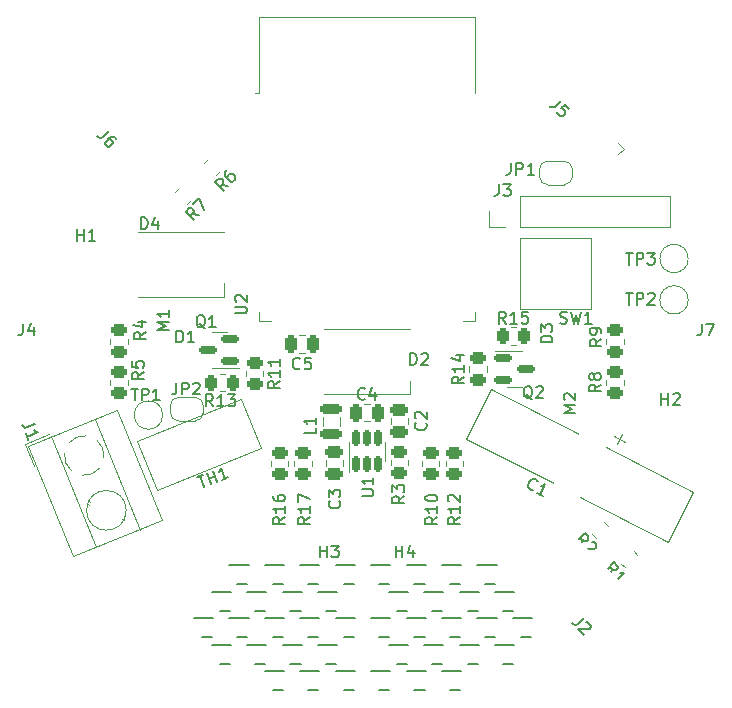
<source format=gbr>
%TF.GenerationSoftware,KiCad,Pcbnew,7.0.10*%
%TF.CreationDate,2024-02-08T00:21:34+01:00*%
%TF.ProjectId,robot_pcb,726f626f-745f-4706-9362-2e6b69636164,rev?*%
%TF.SameCoordinates,Original*%
%TF.FileFunction,Legend,Top*%
%TF.FilePolarity,Positive*%
%FSLAX46Y46*%
G04 Gerber Fmt 4.6, Leading zero omitted, Abs format (unit mm)*
G04 Created by KiCad (PCBNEW 7.0.10) date 2024-02-08 00:21:34*
%MOMM*%
%LPD*%
G01*
G04 APERTURE LIST*
G04 Aperture macros list*
%AMRoundRect*
0 Rectangle with rounded corners*
0 $1 Rounding radius*
0 $2 $3 $4 $5 $6 $7 $8 $9 X,Y pos of 4 corners*
0 Add a 4 corners polygon primitive as box body*
4,1,4,$2,$3,$4,$5,$6,$7,$8,$9,$2,$3,0*
0 Add four circle primitives for the rounded corners*
1,1,$1+$1,$2,$3*
1,1,$1+$1,$4,$5*
1,1,$1+$1,$6,$7*
1,1,$1+$1,$8,$9*
0 Add four rect primitives between the rounded corners*
20,1,$1+$1,$2,$3,$4,$5,0*
20,1,$1+$1,$4,$5,$6,$7,0*
20,1,$1+$1,$6,$7,$8,$9,0*
20,1,$1+$1,$8,$9,$2,$3,0*%
%AMHorizOval*
0 Thick line with rounded ends*
0 $1 width*
0 $2 $3 position (X,Y) of the first rounded end (center of the circle)*
0 $4 $5 position (X,Y) of the second rounded end (center of the circle)*
0 Add line between two ends*
20,1,$1,$2,$3,$4,$5,0*
0 Add two circle primitives to create the rounded ends*
1,1,$1,$2,$3*
1,1,$1,$4,$5*%
%AMRotRect*
0 Rectangle, with rotation*
0 The origin of the aperture is its center*
0 $1 length*
0 $2 width*
0 $3 Rotation angle, in degrees counterclockwise*
0 Add horizontal line*
21,1,$1,$2,0,0,$3*%
%AMFreePoly0*
4,1,19,0.500000,-0.750000,0.000000,-0.750000,0.000000,-0.744911,-0.071157,-0.744911,-0.207708,-0.704816,-0.327430,-0.627875,-0.420627,-0.520320,-0.479746,-0.390866,-0.500000,-0.250000,-0.500000,0.250000,-0.479746,0.390866,-0.420627,0.520320,-0.327430,0.627875,-0.207708,0.704816,-0.071157,0.744911,0.000000,0.744911,0.000000,0.750000,0.500000,0.750000,0.500000,-0.750000,0.500000,-0.750000,
$1*%
%AMFreePoly1*
4,1,19,0.000000,0.744911,0.071157,0.744911,0.207708,0.704816,0.327430,0.627875,0.420627,0.520320,0.479746,0.390866,0.500000,0.250000,0.500000,-0.250000,0.479746,-0.390866,0.420627,-0.520320,0.327430,-0.627875,0.207708,-0.704816,0.071157,-0.744911,0.000000,-0.744911,0.000000,-0.750000,-0.500000,-0.750000,-0.500000,0.750000,0.000000,0.750000,0.000000,0.744911,0.000000,0.744911,
$1*%
G04 Aperture macros list end*
%ADD10C,0.150000*%
%ADD11C,0.120000*%
%ADD12C,0.152400*%
%ADD13R,1.500000X0.900000*%
%ADD14R,0.900000X1.500000*%
%ADD15R,3.800000X3.800000*%
%ADD16C,0.600000*%
%ADD17R,7.500000X4.000000*%
%ADD18RotRect,4.000000X7.500000X45.000000*%
%ADD19RotRect,4.000000X7.500000X225.000000*%
%ADD20RoundRect,0.250000X-0.450000X0.262500X-0.450000X-0.262500X0.450000X-0.262500X0.450000X0.262500X0*%
%ADD21R,0.700000X0.350000*%
%ADD22R,0.900000X0.350000*%
%ADD23RoundRect,0.250000X0.475000X-0.250000X0.475000X0.250000X-0.475000X0.250000X-0.475000X-0.250000X0*%
%ADD24FreePoly0,180.000000*%
%ADD25FreePoly1,180.000000*%
%ADD26C,0.990600*%
%ADD27C,0.787400*%
%ADD28RoundRect,0.250000X0.503814X0.132583X0.132583X0.503814X-0.503814X-0.132583X-0.132583X-0.503814X0*%
%ADD29C,3.200000*%
%ADD30RoundRect,0.250000X0.262500X0.450000X-0.262500X0.450000X-0.262500X-0.450000X0.262500X-0.450000X0*%
%ADD31R,1.100000X1.450000*%
%ADD32R,0.800000X0.800000*%
%ADD33RoundRect,0.250000X0.450000X-0.262500X0.450000X0.262500X-0.450000X0.262500X-0.450000X-0.262500X0*%
%ADD34C,2.500000*%
%ADD35RoundRect,0.218750X-0.706250X0.218750X-0.706250X-0.218750X0.706250X-0.218750X0.706250X0.218750X0*%
%ADD36RoundRect,0.250000X0.250000X0.475000X-0.250000X0.475000X-0.250000X-0.475000X0.250000X-0.475000X0*%
%ADD37RotRect,2.500000X2.000000X333.000000*%
%ADD38HorizOval,2.000000X0.222752X-0.113498X-0.222752X0.113498X0*%
%ADD39C,2.000000*%
%ADD40RoundRect,0.150000X0.150000X-0.512500X0.150000X0.512500X-0.150000X0.512500X-0.150000X-0.512500X0*%
%ADD41RotRect,2.500000X2.500000X292.000000*%
%ADD42C,1.800000*%
%ADD43R,2.100000X1.400000*%
%ADD44RoundRect,0.250000X-0.132583X0.503814X-0.503814X0.132583X0.132583X-0.503814X0.503814X-0.132583X0*%
%ADD45RoundRect,0.150000X-0.587500X-0.150000X0.587500X-0.150000X0.587500X0.150000X-0.587500X0.150000X0*%
%ADD46C,1.600000*%
%ADD47RoundRect,0.250000X-0.262500X-0.450000X0.262500X-0.450000X0.262500X0.450000X-0.262500X0.450000X0*%
%ADD48RoundRect,0.150000X0.587500X0.150000X-0.587500X0.150000X-0.587500X-0.150000X0.587500X-0.150000X0*%
%ADD49R,1.500000X1.000000*%
%ADD50R,1.700000X1.700000*%
%ADD51O,1.700000X1.700000*%
G04 APERTURE END LIST*
D10*
X138844819Y-95891904D02*
X139654342Y-95891904D01*
X139654342Y-95891904D02*
X139749580Y-95844285D01*
X139749580Y-95844285D02*
X139797200Y-95796666D01*
X139797200Y-95796666D02*
X139844819Y-95701428D01*
X139844819Y-95701428D02*
X139844819Y-95510952D01*
X139844819Y-95510952D02*
X139797200Y-95415714D01*
X139797200Y-95415714D02*
X139749580Y-95368095D01*
X139749580Y-95368095D02*
X139654342Y-95320476D01*
X139654342Y-95320476D02*
X138844819Y-95320476D01*
X138940057Y-94891904D02*
X138892438Y-94844285D01*
X138892438Y-94844285D02*
X138844819Y-94749047D01*
X138844819Y-94749047D02*
X138844819Y-94510952D01*
X138844819Y-94510952D02*
X138892438Y-94415714D01*
X138892438Y-94415714D02*
X138940057Y-94368095D01*
X138940057Y-94368095D02*
X139035295Y-94320476D01*
X139035295Y-94320476D02*
X139130533Y-94320476D01*
X139130533Y-94320476D02*
X139273390Y-94368095D01*
X139273390Y-94368095D02*
X139844819Y-94939523D01*
X139844819Y-94939523D02*
X139844819Y-94320476D01*
X178366666Y-96754819D02*
X178366666Y-97469104D01*
X178366666Y-97469104D02*
X178319047Y-97611961D01*
X178319047Y-97611961D02*
X178223809Y-97707200D01*
X178223809Y-97707200D02*
X178080952Y-97754819D01*
X178080952Y-97754819D02*
X177985714Y-97754819D01*
X178747619Y-96754819D02*
X179414285Y-96754819D01*
X179414285Y-96754819D02*
X178985714Y-97754819D01*
X120866666Y-96754819D02*
X120866666Y-97469104D01*
X120866666Y-97469104D02*
X120819047Y-97611961D01*
X120819047Y-97611961D02*
X120723809Y-97707200D01*
X120723809Y-97707200D02*
X120580952Y-97754819D01*
X120580952Y-97754819D02*
X120485714Y-97754819D01*
X121771428Y-97088152D02*
X121771428Y-97754819D01*
X121533333Y-96707200D02*
X121295238Y-97421485D01*
X121295238Y-97421485D02*
X121914285Y-97421485D01*
X168349798Y-121678796D02*
X167844722Y-122183872D01*
X167844722Y-122183872D02*
X167710035Y-122251216D01*
X167710035Y-122251216D02*
X167575348Y-122251216D01*
X167575348Y-122251216D02*
X167440661Y-122183872D01*
X167440661Y-122183872D02*
X167373317Y-122116529D01*
X168585501Y-122049185D02*
X168652844Y-122049185D01*
X168652844Y-122049185D02*
X168753859Y-122082857D01*
X168753859Y-122082857D02*
X168922218Y-122251216D01*
X168922218Y-122251216D02*
X168955890Y-122352231D01*
X168955890Y-122352231D02*
X168955890Y-122419575D01*
X168955890Y-122419575D02*
X168922218Y-122520590D01*
X168922218Y-122520590D02*
X168854875Y-122587933D01*
X168854875Y-122587933D02*
X168720188Y-122655277D01*
X168720188Y-122655277D02*
X167912066Y-122655277D01*
X167912066Y-122655277D02*
X168349798Y-123093010D01*
X128149798Y-80478796D02*
X127644722Y-80983872D01*
X127644722Y-80983872D02*
X127510035Y-81051216D01*
X127510035Y-81051216D02*
X127375348Y-81051216D01*
X127375348Y-81051216D02*
X127240661Y-80983872D01*
X127240661Y-80983872D02*
X127173317Y-80916529D01*
X128789562Y-81118559D02*
X128654875Y-80983872D01*
X128654875Y-80983872D02*
X128553859Y-80950201D01*
X128553859Y-80950201D02*
X128486516Y-80950201D01*
X128486516Y-80950201D02*
X128318157Y-80983872D01*
X128318157Y-80983872D02*
X128149798Y-81084888D01*
X128149798Y-81084888D02*
X127880424Y-81354262D01*
X127880424Y-81354262D02*
X127846753Y-81455277D01*
X127846753Y-81455277D02*
X127846753Y-81522620D01*
X127846753Y-81522620D02*
X127880424Y-81623636D01*
X127880424Y-81623636D02*
X128015111Y-81758323D01*
X128015111Y-81758323D02*
X128116127Y-81791994D01*
X128116127Y-81791994D02*
X128183470Y-81791994D01*
X128183470Y-81791994D02*
X128284485Y-81758323D01*
X128284485Y-81758323D02*
X128452844Y-81589964D01*
X128452844Y-81589964D02*
X128486516Y-81488949D01*
X128486516Y-81488949D02*
X128486516Y-81421605D01*
X128486516Y-81421605D02*
X128452844Y-81320590D01*
X128452844Y-81320590D02*
X128318157Y-81185903D01*
X128318157Y-81185903D02*
X128217142Y-81152231D01*
X128217142Y-81152231D02*
X128149798Y-81152231D01*
X128149798Y-81152231D02*
X128048783Y-81185903D01*
X131254819Y-97466666D02*
X130778628Y-97799999D01*
X131254819Y-98038094D02*
X130254819Y-98038094D01*
X130254819Y-98038094D02*
X130254819Y-97657142D01*
X130254819Y-97657142D02*
X130302438Y-97561904D01*
X130302438Y-97561904D02*
X130350057Y-97514285D01*
X130350057Y-97514285D02*
X130445295Y-97466666D01*
X130445295Y-97466666D02*
X130588152Y-97466666D01*
X130588152Y-97466666D02*
X130683390Y-97514285D01*
X130683390Y-97514285D02*
X130731009Y-97561904D01*
X130731009Y-97561904D02*
X130778628Y-97657142D01*
X130778628Y-97657142D02*
X130778628Y-98038094D01*
X130588152Y-96609523D02*
X131254819Y-96609523D01*
X130207200Y-96847618D02*
X130921485Y-97085713D01*
X130921485Y-97085713D02*
X130921485Y-96466666D01*
X142604819Y-101642857D02*
X142128628Y-101976190D01*
X142604819Y-102214285D02*
X141604819Y-102214285D01*
X141604819Y-102214285D02*
X141604819Y-101833333D01*
X141604819Y-101833333D02*
X141652438Y-101738095D01*
X141652438Y-101738095D02*
X141700057Y-101690476D01*
X141700057Y-101690476D02*
X141795295Y-101642857D01*
X141795295Y-101642857D02*
X141938152Y-101642857D01*
X141938152Y-101642857D02*
X142033390Y-101690476D01*
X142033390Y-101690476D02*
X142081009Y-101738095D01*
X142081009Y-101738095D02*
X142128628Y-101833333D01*
X142128628Y-101833333D02*
X142128628Y-102214285D01*
X142604819Y-100690476D02*
X142604819Y-101261904D01*
X142604819Y-100976190D02*
X141604819Y-100976190D01*
X141604819Y-100976190D02*
X141747676Y-101071428D01*
X141747676Y-101071428D02*
X141842914Y-101166666D01*
X141842914Y-101166666D02*
X141890533Y-101261904D01*
X142604819Y-99738095D02*
X142604819Y-100309523D01*
X142604819Y-100023809D02*
X141604819Y-100023809D01*
X141604819Y-100023809D02*
X141747676Y-100119047D01*
X141747676Y-100119047D02*
X141842914Y-100214285D01*
X141842914Y-100214285D02*
X141890533Y-100309523D01*
X145154819Y-113142857D02*
X144678628Y-113476190D01*
X145154819Y-113714285D02*
X144154819Y-113714285D01*
X144154819Y-113714285D02*
X144154819Y-113333333D01*
X144154819Y-113333333D02*
X144202438Y-113238095D01*
X144202438Y-113238095D02*
X144250057Y-113190476D01*
X144250057Y-113190476D02*
X144345295Y-113142857D01*
X144345295Y-113142857D02*
X144488152Y-113142857D01*
X144488152Y-113142857D02*
X144583390Y-113190476D01*
X144583390Y-113190476D02*
X144631009Y-113238095D01*
X144631009Y-113238095D02*
X144678628Y-113333333D01*
X144678628Y-113333333D02*
X144678628Y-113714285D01*
X145154819Y-112190476D02*
X145154819Y-112761904D01*
X145154819Y-112476190D02*
X144154819Y-112476190D01*
X144154819Y-112476190D02*
X144297676Y-112571428D01*
X144297676Y-112571428D02*
X144392914Y-112666666D01*
X144392914Y-112666666D02*
X144440533Y-112761904D01*
X144154819Y-111857142D02*
X144154819Y-111190476D01*
X144154819Y-111190476D02*
X145154819Y-111619047D01*
X147659580Y-111766666D02*
X147707200Y-111814285D01*
X147707200Y-111814285D02*
X147754819Y-111957142D01*
X147754819Y-111957142D02*
X147754819Y-112052380D01*
X147754819Y-112052380D02*
X147707200Y-112195237D01*
X147707200Y-112195237D02*
X147611961Y-112290475D01*
X147611961Y-112290475D02*
X147516723Y-112338094D01*
X147516723Y-112338094D02*
X147326247Y-112385713D01*
X147326247Y-112385713D02*
X147183390Y-112385713D01*
X147183390Y-112385713D02*
X146992914Y-112338094D01*
X146992914Y-112338094D02*
X146897676Y-112290475D01*
X146897676Y-112290475D02*
X146802438Y-112195237D01*
X146802438Y-112195237D02*
X146754819Y-112052380D01*
X146754819Y-112052380D02*
X146754819Y-111957142D01*
X146754819Y-111957142D02*
X146802438Y-111814285D01*
X146802438Y-111814285D02*
X146850057Y-111766666D01*
X146754819Y-111433332D02*
X146754819Y-110814285D01*
X146754819Y-110814285D02*
X147135771Y-111147618D01*
X147135771Y-111147618D02*
X147135771Y-111004761D01*
X147135771Y-111004761D02*
X147183390Y-110909523D01*
X147183390Y-110909523D02*
X147231009Y-110861904D01*
X147231009Y-110861904D02*
X147326247Y-110814285D01*
X147326247Y-110814285D02*
X147564342Y-110814285D01*
X147564342Y-110814285D02*
X147659580Y-110861904D01*
X147659580Y-110861904D02*
X147707200Y-110909523D01*
X147707200Y-110909523D02*
X147754819Y-111004761D01*
X147754819Y-111004761D02*
X147754819Y-111290475D01*
X147754819Y-111290475D02*
X147707200Y-111385713D01*
X147707200Y-111385713D02*
X147659580Y-111433332D01*
X143054819Y-113142857D02*
X142578628Y-113476190D01*
X143054819Y-113714285D02*
X142054819Y-113714285D01*
X142054819Y-113714285D02*
X142054819Y-113333333D01*
X142054819Y-113333333D02*
X142102438Y-113238095D01*
X142102438Y-113238095D02*
X142150057Y-113190476D01*
X142150057Y-113190476D02*
X142245295Y-113142857D01*
X142245295Y-113142857D02*
X142388152Y-113142857D01*
X142388152Y-113142857D02*
X142483390Y-113190476D01*
X142483390Y-113190476D02*
X142531009Y-113238095D01*
X142531009Y-113238095D02*
X142578628Y-113333333D01*
X142578628Y-113333333D02*
X142578628Y-113714285D01*
X143054819Y-112190476D02*
X143054819Y-112761904D01*
X143054819Y-112476190D02*
X142054819Y-112476190D01*
X142054819Y-112476190D02*
X142197676Y-112571428D01*
X142197676Y-112571428D02*
X142292914Y-112666666D01*
X142292914Y-112666666D02*
X142340533Y-112761904D01*
X142054819Y-111333333D02*
X142054819Y-111523809D01*
X142054819Y-111523809D02*
X142102438Y-111619047D01*
X142102438Y-111619047D02*
X142150057Y-111666666D01*
X142150057Y-111666666D02*
X142292914Y-111761904D01*
X142292914Y-111761904D02*
X142483390Y-111809523D01*
X142483390Y-111809523D02*
X142864342Y-111809523D01*
X142864342Y-111809523D02*
X142959580Y-111761904D01*
X142959580Y-111761904D02*
X143007200Y-111714285D01*
X143007200Y-111714285D02*
X143054819Y-111619047D01*
X143054819Y-111619047D02*
X143054819Y-111428571D01*
X143054819Y-111428571D02*
X143007200Y-111333333D01*
X143007200Y-111333333D02*
X142959580Y-111285714D01*
X142959580Y-111285714D02*
X142864342Y-111238095D01*
X142864342Y-111238095D02*
X142626247Y-111238095D01*
X142626247Y-111238095D02*
X142531009Y-111285714D01*
X142531009Y-111285714D02*
X142483390Y-111333333D01*
X142483390Y-111333333D02*
X142435771Y-111428571D01*
X142435771Y-111428571D02*
X142435771Y-111619047D01*
X142435771Y-111619047D02*
X142483390Y-111714285D01*
X142483390Y-111714285D02*
X142531009Y-111761904D01*
X142531009Y-111761904D02*
X142626247Y-111809523D01*
X133866666Y-101754819D02*
X133866666Y-102469104D01*
X133866666Y-102469104D02*
X133819047Y-102611961D01*
X133819047Y-102611961D02*
X133723809Y-102707200D01*
X133723809Y-102707200D02*
X133580952Y-102754819D01*
X133580952Y-102754819D02*
X133485714Y-102754819D01*
X134342857Y-102754819D02*
X134342857Y-101754819D01*
X134342857Y-101754819D02*
X134723809Y-101754819D01*
X134723809Y-101754819D02*
X134819047Y-101802438D01*
X134819047Y-101802438D02*
X134866666Y-101850057D01*
X134866666Y-101850057D02*
X134914285Y-101945295D01*
X134914285Y-101945295D02*
X134914285Y-102088152D01*
X134914285Y-102088152D02*
X134866666Y-102183390D01*
X134866666Y-102183390D02*
X134819047Y-102231009D01*
X134819047Y-102231009D02*
X134723809Y-102278628D01*
X134723809Y-102278628D02*
X134342857Y-102278628D01*
X135295238Y-101850057D02*
X135342857Y-101802438D01*
X135342857Y-101802438D02*
X135438095Y-101754819D01*
X135438095Y-101754819D02*
X135676190Y-101754819D01*
X135676190Y-101754819D02*
X135771428Y-101802438D01*
X135771428Y-101802438D02*
X135819047Y-101850057D01*
X135819047Y-101850057D02*
X135866666Y-101945295D01*
X135866666Y-101945295D02*
X135866666Y-102040533D01*
X135866666Y-102040533D02*
X135819047Y-102183390D01*
X135819047Y-102183390D02*
X135247619Y-102754819D01*
X135247619Y-102754819D02*
X135866666Y-102754819D01*
X162166666Y-83154819D02*
X162166666Y-83869104D01*
X162166666Y-83869104D02*
X162119047Y-84011961D01*
X162119047Y-84011961D02*
X162023809Y-84107200D01*
X162023809Y-84107200D02*
X161880952Y-84154819D01*
X161880952Y-84154819D02*
X161785714Y-84154819D01*
X162642857Y-84154819D02*
X162642857Y-83154819D01*
X162642857Y-83154819D02*
X163023809Y-83154819D01*
X163023809Y-83154819D02*
X163119047Y-83202438D01*
X163119047Y-83202438D02*
X163166666Y-83250057D01*
X163166666Y-83250057D02*
X163214285Y-83345295D01*
X163214285Y-83345295D02*
X163214285Y-83488152D01*
X163214285Y-83488152D02*
X163166666Y-83583390D01*
X163166666Y-83583390D02*
X163119047Y-83631009D01*
X163119047Y-83631009D02*
X163023809Y-83678628D01*
X163023809Y-83678628D02*
X162642857Y-83678628D01*
X164166666Y-84154819D02*
X163595238Y-84154819D01*
X163880952Y-84154819D02*
X163880952Y-83154819D01*
X163880952Y-83154819D02*
X163785714Y-83297676D01*
X163785714Y-83297676D02*
X163690476Y-83392914D01*
X163690476Y-83392914D02*
X163595238Y-83440533D01*
X166449798Y-77878796D02*
X165944722Y-78383872D01*
X165944722Y-78383872D02*
X165810035Y-78451216D01*
X165810035Y-78451216D02*
X165675348Y-78451216D01*
X165675348Y-78451216D02*
X165540661Y-78383872D01*
X165540661Y-78383872D02*
X165473317Y-78316529D01*
X167123233Y-78552231D02*
X166786516Y-78215514D01*
X166786516Y-78215514D02*
X166416127Y-78518559D01*
X166416127Y-78518559D02*
X166483470Y-78518559D01*
X166483470Y-78518559D02*
X166584485Y-78552231D01*
X166584485Y-78552231D02*
X166752844Y-78720590D01*
X166752844Y-78720590D02*
X166786516Y-78821605D01*
X166786516Y-78821605D02*
X166786516Y-78888949D01*
X166786516Y-78888949D02*
X166752844Y-78989964D01*
X166752844Y-78989964D02*
X166584485Y-79158323D01*
X166584485Y-79158323D02*
X166483470Y-79191994D01*
X166483470Y-79191994D02*
X166416127Y-79191994D01*
X166416127Y-79191994D02*
X166315111Y-79158323D01*
X166315111Y-79158323D02*
X166146753Y-78989964D01*
X166146753Y-78989964D02*
X166113081Y-78888949D01*
X166113081Y-78888949D02*
X166113081Y-78821605D01*
X153154819Y-111366666D02*
X152678628Y-111699999D01*
X153154819Y-111938094D02*
X152154819Y-111938094D01*
X152154819Y-111938094D02*
X152154819Y-111557142D01*
X152154819Y-111557142D02*
X152202438Y-111461904D01*
X152202438Y-111461904D02*
X152250057Y-111414285D01*
X152250057Y-111414285D02*
X152345295Y-111366666D01*
X152345295Y-111366666D02*
X152488152Y-111366666D01*
X152488152Y-111366666D02*
X152583390Y-111414285D01*
X152583390Y-111414285D02*
X152631009Y-111461904D01*
X152631009Y-111461904D02*
X152678628Y-111557142D01*
X152678628Y-111557142D02*
X152678628Y-111938094D01*
X152154819Y-111033332D02*
X152154819Y-110414285D01*
X152154819Y-110414285D02*
X152535771Y-110747618D01*
X152535771Y-110747618D02*
X152535771Y-110604761D01*
X152535771Y-110604761D02*
X152583390Y-110509523D01*
X152583390Y-110509523D02*
X152631009Y-110461904D01*
X152631009Y-110461904D02*
X152726247Y-110414285D01*
X152726247Y-110414285D02*
X152964342Y-110414285D01*
X152964342Y-110414285D02*
X153059580Y-110461904D01*
X153059580Y-110461904D02*
X153107200Y-110509523D01*
X153107200Y-110509523D02*
X153154819Y-110604761D01*
X153154819Y-110604761D02*
X153154819Y-110890475D01*
X153154819Y-110890475D02*
X153107200Y-110985713D01*
X153107200Y-110985713D02*
X153059580Y-111033332D01*
X168143817Y-115620480D02*
X168244832Y-115048061D01*
X167739756Y-115216419D02*
X168446863Y-114509313D01*
X168446863Y-114509313D02*
X168716237Y-114778687D01*
X168716237Y-114778687D02*
X168749909Y-114879702D01*
X168749909Y-114879702D02*
X168749909Y-114947045D01*
X168749909Y-114947045D02*
X168716237Y-115048061D01*
X168716237Y-115048061D02*
X168615222Y-115149076D01*
X168615222Y-115149076D02*
X168514206Y-115182748D01*
X168514206Y-115182748D02*
X168446863Y-115182748D01*
X168446863Y-115182748D02*
X168345848Y-115149076D01*
X168345848Y-115149076D02*
X168076474Y-114879702D01*
X169052954Y-115250091D02*
X169120298Y-115250091D01*
X169120298Y-115250091D02*
X169221313Y-115283763D01*
X169221313Y-115283763D02*
X169389672Y-115452122D01*
X169389672Y-115452122D02*
X169423344Y-115553137D01*
X169423344Y-115553137D02*
X169423344Y-115620480D01*
X169423344Y-115620480D02*
X169389672Y-115721496D01*
X169389672Y-115721496D02*
X169322328Y-115788839D01*
X169322328Y-115788839D02*
X169187641Y-115856183D01*
X169187641Y-115856183D02*
X168379519Y-115856183D01*
X168379519Y-115856183D02*
X168817252Y-116293915D01*
X174938095Y-103654819D02*
X174938095Y-102654819D01*
X174938095Y-103131009D02*
X175509523Y-103131009D01*
X175509523Y-103654819D02*
X175509523Y-102654819D01*
X175938095Y-102750057D02*
X175985714Y-102702438D01*
X175985714Y-102702438D02*
X176080952Y-102654819D01*
X176080952Y-102654819D02*
X176319047Y-102654819D01*
X176319047Y-102654819D02*
X176414285Y-102702438D01*
X176414285Y-102702438D02*
X176461904Y-102750057D01*
X176461904Y-102750057D02*
X176509523Y-102845295D01*
X176509523Y-102845295D02*
X176509523Y-102940533D01*
X176509523Y-102940533D02*
X176461904Y-103083390D01*
X176461904Y-103083390D02*
X175890476Y-103654819D01*
X175890476Y-103654819D02*
X176509523Y-103654819D01*
X136957142Y-103754819D02*
X136623809Y-103278628D01*
X136385714Y-103754819D02*
X136385714Y-102754819D01*
X136385714Y-102754819D02*
X136766666Y-102754819D01*
X136766666Y-102754819D02*
X136861904Y-102802438D01*
X136861904Y-102802438D02*
X136909523Y-102850057D01*
X136909523Y-102850057D02*
X136957142Y-102945295D01*
X136957142Y-102945295D02*
X136957142Y-103088152D01*
X136957142Y-103088152D02*
X136909523Y-103183390D01*
X136909523Y-103183390D02*
X136861904Y-103231009D01*
X136861904Y-103231009D02*
X136766666Y-103278628D01*
X136766666Y-103278628D02*
X136385714Y-103278628D01*
X137909523Y-103754819D02*
X137338095Y-103754819D01*
X137623809Y-103754819D02*
X137623809Y-102754819D01*
X137623809Y-102754819D02*
X137528571Y-102897676D01*
X137528571Y-102897676D02*
X137433333Y-102992914D01*
X137433333Y-102992914D02*
X137338095Y-103040533D01*
X138242857Y-102754819D02*
X138861904Y-102754819D01*
X138861904Y-102754819D02*
X138528571Y-103135771D01*
X138528571Y-103135771D02*
X138671428Y-103135771D01*
X138671428Y-103135771D02*
X138766666Y-103183390D01*
X138766666Y-103183390D02*
X138814285Y-103231009D01*
X138814285Y-103231009D02*
X138861904Y-103326247D01*
X138861904Y-103326247D02*
X138861904Y-103564342D01*
X138861904Y-103564342D02*
X138814285Y-103659580D01*
X138814285Y-103659580D02*
X138766666Y-103707200D01*
X138766666Y-103707200D02*
X138671428Y-103754819D01*
X138671428Y-103754819D02*
X138385714Y-103754819D01*
X138385714Y-103754819D02*
X138290476Y-103707200D01*
X138290476Y-103707200D02*
X138242857Y-103659580D01*
X165704819Y-98338094D02*
X164704819Y-98338094D01*
X164704819Y-98338094D02*
X164704819Y-98099999D01*
X164704819Y-98099999D02*
X164752438Y-97957142D01*
X164752438Y-97957142D02*
X164847676Y-97861904D01*
X164847676Y-97861904D02*
X164942914Y-97814285D01*
X164942914Y-97814285D02*
X165133390Y-97766666D01*
X165133390Y-97766666D02*
X165276247Y-97766666D01*
X165276247Y-97766666D02*
X165466723Y-97814285D01*
X165466723Y-97814285D02*
X165561961Y-97861904D01*
X165561961Y-97861904D02*
X165657200Y-97957142D01*
X165657200Y-97957142D02*
X165704819Y-98099999D01*
X165704819Y-98099999D02*
X165704819Y-98338094D01*
X164704819Y-97433332D02*
X164704819Y-96814285D01*
X164704819Y-96814285D02*
X165085771Y-97147618D01*
X165085771Y-97147618D02*
X165085771Y-97004761D01*
X165085771Y-97004761D02*
X165133390Y-96909523D01*
X165133390Y-96909523D02*
X165181009Y-96861904D01*
X165181009Y-96861904D02*
X165276247Y-96814285D01*
X165276247Y-96814285D02*
X165514342Y-96814285D01*
X165514342Y-96814285D02*
X165609580Y-96861904D01*
X165609580Y-96861904D02*
X165657200Y-96909523D01*
X165657200Y-96909523D02*
X165704819Y-97004761D01*
X165704819Y-97004761D02*
X165704819Y-97290475D01*
X165704819Y-97290475D02*
X165657200Y-97385713D01*
X165657200Y-97385713D02*
X165609580Y-97433332D01*
X169854819Y-98066666D02*
X169378628Y-98399999D01*
X169854819Y-98638094D02*
X168854819Y-98638094D01*
X168854819Y-98638094D02*
X168854819Y-98257142D01*
X168854819Y-98257142D02*
X168902438Y-98161904D01*
X168902438Y-98161904D02*
X168950057Y-98114285D01*
X168950057Y-98114285D02*
X169045295Y-98066666D01*
X169045295Y-98066666D02*
X169188152Y-98066666D01*
X169188152Y-98066666D02*
X169283390Y-98114285D01*
X169283390Y-98114285D02*
X169331009Y-98161904D01*
X169331009Y-98161904D02*
X169378628Y-98257142D01*
X169378628Y-98257142D02*
X169378628Y-98638094D01*
X169854819Y-97590475D02*
X169854819Y-97399999D01*
X169854819Y-97399999D02*
X169807200Y-97304761D01*
X169807200Y-97304761D02*
X169759580Y-97257142D01*
X169759580Y-97257142D02*
X169616723Y-97161904D01*
X169616723Y-97161904D02*
X169426247Y-97114285D01*
X169426247Y-97114285D02*
X169045295Y-97114285D01*
X169045295Y-97114285D02*
X168950057Y-97161904D01*
X168950057Y-97161904D02*
X168902438Y-97209523D01*
X168902438Y-97209523D02*
X168854819Y-97304761D01*
X168854819Y-97304761D02*
X168854819Y-97495237D01*
X168854819Y-97495237D02*
X168902438Y-97590475D01*
X168902438Y-97590475D02*
X168950057Y-97638094D01*
X168950057Y-97638094D02*
X169045295Y-97685713D01*
X169045295Y-97685713D02*
X169283390Y-97685713D01*
X169283390Y-97685713D02*
X169378628Y-97638094D01*
X169378628Y-97638094D02*
X169426247Y-97590475D01*
X169426247Y-97590475D02*
X169473866Y-97495237D01*
X169473866Y-97495237D02*
X169473866Y-97304761D01*
X169473866Y-97304761D02*
X169426247Y-97209523D01*
X169426247Y-97209523D02*
X169378628Y-97161904D01*
X169378628Y-97161904D02*
X169283390Y-97114285D01*
X146038095Y-116554819D02*
X146038095Y-115554819D01*
X146038095Y-116031009D02*
X146609523Y-116031009D01*
X146609523Y-116554819D02*
X146609523Y-115554819D01*
X146990476Y-115554819D02*
X147609523Y-115554819D01*
X147609523Y-115554819D02*
X147276190Y-115935771D01*
X147276190Y-115935771D02*
X147419047Y-115935771D01*
X147419047Y-115935771D02*
X147514285Y-115983390D01*
X147514285Y-115983390D02*
X147561904Y-116031009D01*
X147561904Y-116031009D02*
X147609523Y-116126247D01*
X147609523Y-116126247D02*
X147609523Y-116364342D01*
X147609523Y-116364342D02*
X147561904Y-116459580D01*
X147561904Y-116459580D02*
X147514285Y-116507200D01*
X147514285Y-116507200D02*
X147419047Y-116554819D01*
X147419047Y-116554819D02*
X147133333Y-116554819D01*
X147133333Y-116554819D02*
X147038095Y-116507200D01*
X147038095Y-116507200D02*
X146990476Y-116459580D01*
X170618691Y-118095354D02*
X170719706Y-117522935D01*
X170214630Y-117691293D02*
X170921737Y-116984187D01*
X170921737Y-116984187D02*
X171191111Y-117253561D01*
X171191111Y-117253561D02*
X171224783Y-117354576D01*
X171224783Y-117354576D02*
X171224783Y-117421919D01*
X171224783Y-117421919D02*
X171191111Y-117522935D01*
X171191111Y-117522935D02*
X171090096Y-117623950D01*
X171090096Y-117623950D02*
X170989080Y-117657622D01*
X170989080Y-117657622D02*
X170921737Y-117657622D01*
X170921737Y-117657622D02*
X170820722Y-117623950D01*
X170820722Y-117623950D02*
X170551348Y-117354576D01*
X171292126Y-118768789D02*
X170888065Y-118364728D01*
X171090096Y-118566759D02*
X171797202Y-117859652D01*
X171797202Y-117859652D02*
X171628844Y-117893324D01*
X171628844Y-117893324D02*
X171494157Y-117893324D01*
X171494157Y-117893324D02*
X171393141Y-117859652D01*
X145654819Y-105566666D02*
X145654819Y-106042856D01*
X145654819Y-106042856D02*
X144654819Y-106042856D01*
X145654819Y-104709523D02*
X145654819Y-105280951D01*
X145654819Y-104995237D02*
X144654819Y-104995237D01*
X144654819Y-104995237D02*
X144797676Y-105090475D01*
X144797676Y-105090475D02*
X144892914Y-105185713D01*
X144892914Y-105185713D02*
X144940533Y-105280951D01*
X157854819Y-113142857D02*
X157378628Y-113476190D01*
X157854819Y-113714285D02*
X156854819Y-113714285D01*
X156854819Y-113714285D02*
X156854819Y-113333333D01*
X156854819Y-113333333D02*
X156902438Y-113238095D01*
X156902438Y-113238095D02*
X156950057Y-113190476D01*
X156950057Y-113190476D02*
X157045295Y-113142857D01*
X157045295Y-113142857D02*
X157188152Y-113142857D01*
X157188152Y-113142857D02*
X157283390Y-113190476D01*
X157283390Y-113190476D02*
X157331009Y-113238095D01*
X157331009Y-113238095D02*
X157378628Y-113333333D01*
X157378628Y-113333333D02*
X157378628Y-113714285D01*
X157854819Y-112190476D02*
X157854819Y-112761904D01*
X157854819Y-112476190D02*
X156854819Y-112476190D01*
X156854819Y-112476190D02*
X156997676Y-112571428D01*
X156997676Y-112571428D02*
X157092914Y-112666666D01*
X157092914Y-112666666D02*
X157140533Y-112761904D01*
X156950057Y-111809523D02*
X156902438Y-111761904D01*
X156902438Y-111761904D02*
X156854819Y-111666666D01*
X156854819Y-111666666D02*
X156854819Y-111428571D01*
X156854819Y-111428571D02*
X156902438Y-111333333D01*
X156902438Y-111333333D02*
X156950057Y-111285714D01*
X156950057Y-111285714D02*
X157045295Y-111238095D01*
X157045295Y-111238095D02*
X157140533Y-111238095D01*
X157140533Y-111238095D02*
X157283390Y-111285714D01*
X157283390Y-111285714D02*
X157854819Y-111857142D01*
X157854819Y-111857142D02*
X157854819Y-111238095D01*
X144333333Y-100539580D02*
X144285714Y-100587200D01*
X144285714Y-100587200D02*
X144142857Y-100634819D01*
X144142857Y-100634819D02*
X144047619Y-100634819D01*
X144047619Y-100634819D02*
X143904762Y-100587200D01*
X143904762Y-100587200D02*
X143809524Y-100491961D01*
X143809524Y-100491961D02*
X143761905Y-100396723D01*
X143761905Y-100396723D02*
X143714286Y-100206247D01*
X143714286Y-100206247D02*
X143714286Y-100063390D01*
X143714286Y-100063390D02*
X143761905Y-99872914D01*
X143761905Y-99872914D02*
X143809524Y-99777676D01*
X143809524Y-99777676D02*
X143904762Y-99682438D01*
X143904762Y-99682438D02*
X144047619Y-99634819D01*
X144047619Y-99634819D02*
X144142857Y-99634819D01*
X144142857Y-99634819D02*
X144285714Y-99682438D01*
X144285714Y-99682438D02*
X144333333Y-99730057D01*
X145238095Y-99634819D02*
X144761905Y-99634819D01*
X144761905Y-99634819D02*
X144714286Y-100111009D01*
X144714286Y-100111009D02*
X144761905Y-100063390D01*
X144761905Y-100063390D02*
X144857143Y-100015771D01*
X144857143Y-100015771D02*
X145095238Y-100015771D01*
X145095238Y-100015771D02*
X145190476Y-100063390D01*
X145190476Y-100063390D02*
X145238095Y-100111009D01*
X145238095Y-100111009D02*
X145285714Y-100206247D01*
X145285714Y-100206247D02*
X145285714Y-100444342D01*
X145285714Y-100444342D02*
X145238095Y-100539580D01*
X145238095Y-100539580D02*
X145190476Y-100587200D01*
X145190476Y-100587200D02*
X145095238Y-100634819D01*
X145095238Y-100634819D02*
X144857143Y-100634819D01*
X144857143Y-100634819D02*
X144761905Y-100587200D01*
X144761905Y-100587200D02*
X144714286Y-100539580D01*
X158204819Y-101242857D02*
X157728628Y-101576190D01*
X158204819Y-101814285D02*
X157204819Y-101814285D01*
X157204819Y-101814285D02*
X157204819Y-101433333D01*
X157204819Y-101433333D02*
X157252438Y-101338095D01*
X157252438Y-101338095D02*
X157300057Y-101290476D01*
X157300057Y-101290476D02*
X157395295Y-101242857D01*
X157395295Y-101242857D02*
X157538152Y-101242857D01*
X157538152Y-101242857D02*
X157633390Y-101290476D01*
X157633390Y-101290476D02*
X157681009Y-101338095D01*
X157681009Y-101338095D02*
X157728628Y-101433333D01*
X157728628Y-101433333D02*
X157728628Y-101814285D01*
X158204819Y-100290476D02*
X158204819Y-100861904D01*
X158204819Y-100576190D02*
X157204819Y-100576190D01*
X157204819Y-100576190D02*
X157347676Y-100671428D01*
X157347676Y-100671428D02*
X157442914Y-100766666D01*
X157442914Y-100766666D02*
X157490533Y-100861904D01*
X157538152Y-99433333D02*
X158204819Y-99433333D01*
X157157200Y-99671428D02*
X157871485Y-99909523D01*
X157871485Y-99909523D02*
X157871485Y-99290476D01*
X133861905Y-98354819D02*
X133861905Y-97354819D01*
X133861905Y-97354819D02*
X134100000Y-97354819D01*
X134100000Y-97354819D02*
X134242857Y-97402438D01*
X134242857Y-97402438D02*
X134338095Y-97497676D01*
X134338095Y-97497676D02*
X134385714Y-97592914D01*
X134385714Y-97592914D02*
X134433333Y-97783390D01*
X134433333Y-97783390D02*
X134433333Y-97926247D01*
X134433333Y-97926247D02*
X134385714Y-98116723D01*
X134385714Y-98116723D02*
X134338095Y-98211961D01*
X134338095Y-98211961D02*
X134242857Y-98307200D01*
X134242857Y-98307200D02*
X134100000Y-98354819D01*
X134100000Y-98354819D02*
X133861905Y-98354819D01*
X135385714Y-98354819D02*
X134814286Y-98354819D01*
X135100000Y-98354819D02*
X135100000Y-97354819D01*
X135100000Y-97354819D02*
X135004762Y-97497676D01*
X135004762Y-97497676D02*
X134909524Y-97592914D01*
X134909524Y-97592914D02*
X134814286Y-97640533D01*
X149833333Y-103109580D02*
X149785714Y-103157200D01*
X149785714Y-103157200D02*
X149642857Y-103204819D01*
X149642857Y-103204819D02*
X149547619Y-103204819D01*
X149547619Y-103204819D02*
X149404762Y-103157200D01*
X149404762Y-103157200D02*
X149309524Y-103061961D01*
X149309524Y-103061961D02*
X149261905Y-102966723D01*
X149261905Y-102966723D02*
X149214286Y-102776247D01*
X149214286Y-102776247D02*
X149214286Y-102633390D01*
X149214286Y-102633390D02*
X149261905Y-102442914D01*
X149261905Y-102442914D02*
X149309524Y-102347676D01*
X149309524Y-102347676D02*
X149404762Y-102252438D01*
X149404762Y-102252438D02*
X149547619Y-102204819D01*
X149547619Y-102204819D02*
X149642857Y-102204819D01*
X149642857Y-102204819D02*
X149785714Y-102252438D01*
X149785714Y-102252438D02*
X149833333Y-102300057D01*
X150690476Y-102538152D02*
X150690476Y-103204819D01*
X150452381Y-102157200D02*
X150214286Y-102871485D01*
X150214286Y-102871485D02*
X150833333Y-102871485D01*
X164088253Y-110844724D02*
X164024205Y-110865534D01*
X164024205Y-110865534D02*
X163875300Y-110843107D01*
X163875300Y-110843107D02*
X163790442Y-110799870D01*
X163790442Y-110799870D02*
X163684774Y-110692585D01*
X163684774Y-110692585D02*
X163643153Y-110564490D01*
X163643153Y-110564490D02*
X163643962Y-110458014D01*
X163643962Y-110458014D02*
X163688007Y-110266680D01*
X163688007Y-110266680D02*
X163752863Y-110139393D01*
X163752863Y-110139393D02*
X163881766Y-109991296D01*
X163881766Y-109991296D02*
X163967432Y-109928057D01*
X163967432Y-109928057D02*
X164095527Y-109886436D01*
X164095527Y-109886436D02*
X164244433Y-109908863D01*
X164244433Y-109908863D02*
X164329290Y-109952100D01*
X164329290Y-109952100D02*
X164434958Y-110059385D01*
X164434958Y-110059385D02*
X164455769Y-110123433D01*
X164893593Y-111361953D02*
X164384446Y-111102530D01*
X164639020Y-111232242D02*
X165093010Y-110341235D01*
X165093010Y-110341235D02*
X164943297Y-110425285D01*
X164943297Y-110425285D02*
X164815202Y-110466905D01*
X164815202Y-110466905D02*
X164708725Y-110466097D01*
X171938095Y-90754819D02*
X172509523Y-90754819D01*
X172223809Y-91754819D02*
X172223809Y-90754819D01*
X172842857Y-91754819D02*
X172842857Y-90754819D01*
X172842857Y-90754819D02*
X173223809Y-90754819D01*
X173223809Y-90754819D02*
X173319047Y-90802438D01*
X173319047Y-90802438D02*
X173366666Y-90850057D01*
X173366666Y-90850057D02*
X173414285Y-90945295D01*
X173414285Y-90945295D02*
X173414285Y-91088152D01*
X173414285Y-91088152D02*
X173366666Y-91183390D01*
X173366666Y-91183390D02*
X173319047Y-91231009D01*
X173319047Y-91231009D02*
X173223809Y-91278628D01*
X173223809Y-91278628D02*
X172842857Y-91278628D01*
X173747619Y-90754819D02*
X174366666Y-90754819D01*
X174366666Y-90754819D02*
X174033333Y-91135771D01*
X174033333Y-91135771D02*
X174176190Y-91135771D01*
X174176190Y-91135771D02*
X174271428Y-91183390D01*
X174271428Y-91183390D02*
X174319047Y-91231009D01*
X174319047Y-91231009D02*
X174366666Y-91326247D01*
X174366666Y-91326247D02*
X174366666Y-91564342D01*
X174366666Y-91564342D02*
X174319047Y-91659580D01*
X174319047Y-91659580D02*
X174271428Y-91707200D01*
X174271428Y-91707200D02*
X174176190Y-91754819D01*
X174176190Y-91754819D02*
X173890476Y-91754819D01*
X173890476Y-91754819D02*
X173795238Y-91707200D01*
X173795238Y-91707200D02*
X173747619Y-91659580D01*
X149554819Y-111361904D02*
X150364342Y-111361904D01*
X150364342Y-111361904D02*
X150459580Y-111314285D01*
X150459580Y-111314285D02*
X150507200Y-111266666D01*
X150507200Y-111266666D02*
X150554819Y-111171428D01*
X150554819Y-111171428D02*
X150554819Y-110980952D01*
X150554819Y-110980952D02*
X150507200Y-110885714D01*
X150507200Y-110885714D02*
X150459580Y-110838095D01*
X150459580Y-110838095D02*
X150364342Y-110790476D01*
X150364342Y-110790476D02*
X149554819Y-110790476D01*
X150554819Y-109790476D02*
X150554819Y-110361904D01*
X150554819Y-110076190D02*
X149554819Y-110076190D01*
X149554819Y-110076190D02*
X149697676Y-110171428D01*
X149697676Y-110171428D02*
X149792914Y-110266666D01*
X149792914Y-110266666D02*
X149840533Y-110361904D01*
X121880615Y-105286710D02*
X121218340Y-105554286D01*
X121218340Y-105554286D02*
X121068047Y-105563649D01*
X121068047Y-105563649D02*
X120944067Y-105511023D01*
X120944067Y-105511023D02*
X120846400Y-105396407D01*
X120846400Y-105396407D02*
X120810723Y-105308103D01*
X121328037Y-106588500D02*
X121113976Y-106058681D01*
X121221007Y-106323591D02*
X122148191Y-105948984D01*
X122148191Y-105948984D02*
X121980059Y-105914196D01*
X121980059Y-105914196D02*
X121856079Y-105861570D01*
X121856079Y-105861570D02*
X121776251Y-105791105D01*
X167654819Y-104309523D02*
X166654819Y-104309523D01*
X166654819Y-104309523D02*
X167369104Y-103976190D01*
X167369104Y-103976190D02*
X166654819Y-103642857D01*
X166654819Y-103642857D02*
X167654819Y-103642857D01*
X166750057Y-103214285D02*
X166702438Y-103166666D01*
X166702438Y-103166666D02*
X166654819Y-103071428D01*
X166654819Y-103071428D02*
X166654819Y-102833333D01*
X166654819Y-102833333D02*
X166702438Y-102738095D01*
X166702438Y-102738095D02*
X166750057Y-102690476D01*
X166750057Y-102690476D02*
X166845295Y-102642857D01*
X166845295Y-102642857D02*
X166940533Y-102642857D01*
X166940533Y-102642857D02*
X167083390Y-102690476D01*
X167083390Y-102690476D02*
X167654819Y-103261904D01*
X167654819Y-103261904D02*
X167654819Y-102642857D01*
X155954819Y-113142857D02*
X155478628Y-113476190D01*
X155954819Y-113714285D02*
X154954819Y-113714285D01*
X154954819Y-113714285D02*
X154954819Y-113333333D01*
X154954819Y-113333333D02*
X155002438Y-113238095D01*
X155002438Y-113238095D02*
X155050057Y-113190476D01*
X155050057Y-113190476D02*
X155145295Y-113142857D01*
X155145295Y-113142857D02*
X155288152Y-113142857D01*
X155288152Y-113142857D02*
X155383390Y-113190476D01*
X155383390Y-113190476D02*
X155431009Y-113238095D01*
X155431009Y-113238095D02*
X155478628Y-113333333D01*
X155478628Y-113333333D02*
X155478628Y-113714285D01*
X155954819Y-112190476D02*
X155954819Y-112761904D01*
X155954819Y-112476190D02*
X154954819Y-112476190D01*
X154954819Y-112476190D02*
X155097676Y-112571428D01*
X155097676Y-112571428D02*
X155192914Y-112666666D01*
X155192914Y-112666666D02*
X155240533Y-112761904D01*
X154954819Y-111571428D02*
X154954819Y-111476190D01*
X154954819Y-111476190D02*
X155002438Y-111380952D01*
X155002438Y-111380952D02*
X155050057Y-111333333D01*
X155050057Y-111333333D02*
X155145295Y-111285714D01*
X155145295Y-111285714D02*
X155335771Y-111238095D01*
X155335771Y-111238095D02*
X155573866Y-111238095D01*
X155573866Y-111238095D02*
X155764342Y-111285714D01*
X155764342Y-111285714D02*
X155859580Y-111333333D01*
X155859580Y-111333333D02*
X155907200Y-111380952D01*
X155907200Y-111380952D02*
X155954819Y-111476190D01*
X155954819Y-111476190D02*
X155954819Y-111571428D01*
X155954819Y-111571428D02*
X155907200Y-111666666D01*
X155907200Y-111666666D02*
X155859580Y-111714285D01*
X155859580Y-111714285D02*
X155764342Y-111761904D01*
X155764342Y-111761904D02*
X155573866Y-111809523D01*
X155573866Y-111809523D02*
X155335771Y-111809523D01*
X155335771Y-111809523D02*
X155145295Y-111761904D01*
X155145295Y-111761904D02*
X155050057Y-111714285D01*
X155050057Y-111714285D02*
X155002438Y-111666666D01*
X155002438Y-111666666D02*
X154954819Y-111571428D01*
X131104819Y-100866666D02*
X130628628Y-101199999D01*
X131104819Y-101438094D02*
X130104819Y-101438094D01*
X130104819Y-101438094D02*
X130104819Y-101057142D01*
X130104819Y-101057142D02*
X130152438Y-100961904D01*
X130152438Y-100961904D02*
X130200057Y-100914285D01*
X130200057Y-100914285D02*
X130295295Y-100866666D01*
X130295295Y-100866666D02*
X130438152Y-100866666D01*
X130438152Y-100866666D02*
X130533390Y-100914285D01*
X130533390Y-100914285D02*
X130581009Y-100961904D01*
X130581009Y-100961904D02*
X130628628Y-101057142D01*
X130628628Y-101057142D02*
X130628628Y-101438094D01*
X130104819Y-99961904D02*
X130104819Y-100438094D01*
X130104819Y-100438094D02*
X130581009Y-100485713D01*
X130581009Y-100485713D02*
X130533390Y-100438094D01*
X130533390Y-100438094D02*
X130485771Y-100342856D01*
X130485771Y-100342856D02*
X130485771Y-100104761D01*
X130485771Y-100104761D02*
X130533390Y-100009523D01*
X130533390Y-100009523D02*
X130581009Y-99961904D01*
X130581009Y-99961904D02*
X130676247Y-99914285D01*
X130676247Y-99914285D02*
X130914342Y-99914285D01*
X130914342Y-99914285D02*
X131009580Y-99961904D01*
X131009580Y-99961904D02*
X131057200Y-100009523D01*
X131057200Y-100009523D02*
X131104819Y-100104761D01*
X131104819Y-100104761D02*
X131104819Y-100342856D01*
X131104819Y-100342856D02*
X131057200Y-100438094D01*
X131057200Y-100438094D02*
X131009580Y-100485713D01*
X166366667Y-96707200D02*
X166509524Y-96754819D01*
X166509524Y-96754819D02*
X166747619Y-96754819D01*
X166747619Y-96754819D02*
X166842857Y-96707200D01*
X166842857Y-96707200D02*
X166890476Y-96659580D01*
X166890476Y-96659580D02*
X166938095Y-96564342D01*
X166938095Y-96564342D02*
X166938095Y-96469104D01*
X166938095Y-96469104D02*
X166890476Y-96373866D01*
X166890476Y-96373866D02*
X166842857Y-96326247D01*
X166842857Y-96326247D02*
X166747619Y-96278628D01*
X166747619Y-96278628D02*
X166557143Y-96231009D01*
X166557143Y-96231009D02*
X166461905Y-96183390D01*
X166461905Y-96183390D02*
X166414286Y-96135771D01*
X166414286Y-96135771D02*
X166366667Y-96040533D01*
X166366667Y-96040533D02*
X166366667Y-95945295D01*
X166366667Y-95945295D02*
X166414286Y-95850057D01*
X166414286Y-95850057D02*
X166461905Y-95802438D01*
X166461905Y-95802438D02*
X166557143Y-95754819D01*
X166557143Y-95754819D02*
X166795238Y-95754819D01*
X166795238Y-95754819D02*
X166938095Y-95802438D01*
X167271429Y-95754819D02*
X167509524Y-96754819D01*
X167509524Y-96754819D02*
X167700000Y-96040533D01*
X167700000Y-96040533D02*
X167890476Y-96754819D01*
X167890476Y-96754819D02*
X168128572Y-95754819D01*
X169033333Y-96754819D02*
X168461905Y-96754819D01*
X168747619Y-96754819D02*
X168747619Y-95754819D01*
X168747619Y-95754819D02*
X168652381Y-95897676D01*
X168652381Y-95897676D02*
X168557143Y-95992914D01*
X168557143Y-95992914D02*
X168461905Y-96040533D01*
X135785772Y-87579152D02*
X135213353Y-87478137D01*
X135381711Y-87983213D02*
X134674605Y-87276106D01*
X134674605Y-87276106D02*
X134943979Y-87006732D01*
X134943979Y-87006732D02*
X135044994Y-86973060D01*
X135044994Y-86973060D02*
X135112337Y-86973060D01*
X135112337Y-86973060D02*
X135213353Y-87006732D01*
X135213353Y-87006732D02*
X135314368Y-87107747D01*
X135314368Y-87107747D02*
X135348040Y-87208763D01*
X135348040Y-87208763D02*
X135348040Y-87276106D01*
X135348040Y-87276106D02*
X135314368Y-87377121D01*
X135314368Y-87377121D02*
X135044994Y-87646495D01*
X135314368Y-86636343D02*
X135785772Y-86164938D01*
X135785772Y-86164938D02*
X136189833Y-87175091D01*
X164004761Y-103150057D02*
X163909523Y-103102438D01*
X163909523Y-103102438D02*
X163814285Y-103007200D01*
X163814285Y-103007200D02*
X163671428Y-102864342D01*
X163671428Y-102864342D02*
X163576190Y-102816723D01*
X163576190Y-102816723D02*
X163480952Y-102816723D01*
X163528571Y-103054819D02*
X163433333Y-103007200D01*
X163433333Y-103007200D02*
X163338095Y-102911961D01*
X163338095Y-102911961D02*
X163290476Y-102721485D01*
X163290476Y-102721485D02*
X163290476Y-102388152D01*
X163290476Y-102388152D02*
X163338095Y-102197676D01*
X163338095Y-102197676D02*
X163433333Y-102102438D01*
X163433333Y-102102438D02*
X163528571Y-102054819D01*
X163528571Y-102054819D02*
X163719047Y-102054819D01*
X163719047Y-102054819D02*
X163814285Y-102102438D01*
X163814285Y-102102438D02*
X163909523Y-102197676D01*
X163909523Y-102197676D02*
X163957142Y-102388152D01*
X163957142Y-102388152D02*
X163957142Y-102721485D01*
X163957142Y-102721485D02*
X163909523Y-102911961D01*
X163909523Y-102911961D02*
X163814285Y-103007200D01*
X163814285Y-103007200D02*
X163719047Y-103054819D01*
X163719047Y-103054819D02*
X163528571Y-103054819D01*
X164338095Y-102150057D02*
X164385714Y-102102438D01*
X164385714Y-102102438D02*
X164480952Y-102054819D01*
X164480952Y-102054819D02*
X164719047Y-102054819D01*
X164719047Y-102054819D02*
X164814285Y-102102438D01*
X164814285Y-102102438D02*
X164861904Y-102150057D01*
X164861904Y-102150057D02*
X164909523Y-102245295D01*
X164909523Y-102245295D02*
X164909523Y-102340533D01*
X164909523Y-102340533D02*
X164861904Y-102483390D01*
X164861904Y-102483390D02*
X164290476Y-103054819D01*
X164290476Y-103054819D02*
X164909523Y-103054819D01*
X125438095Y-89754819D02*
X125438095Y-88754819D01*
X125438095Y-89231009D02*
X126009523Y-89231009D01*
X126009523Y-89754819D02*
X126009523Y-88754819D01*
X127009523Y-89754819D02*
X126438095Y-89754819D01*
X126723809Y-89754819D02*
X126723809Y-88754819D01*
X126723809Y-88754819D02*
X126628571Y-88897676D01*
X126628571Y-88897676D02*
X126533333Y-88992914D01*
X126533333Y-88992914D02*
X126438095Y-89040533D01*
X135603678Y-109776153D02*
X136133497Y-109562093D01*
X136243194Y-110596307D02*
X135868588Y-109669123D01*
X136817165Y-110364407D02*
X136442559Y-109437224D01*
X136620943Y-109878740D02*
X137150762Y-109664679D01*
X137346985Y-110150347D02*
X136972378Y-109223163D01*
X138274169Y-109775740D02*
X137744349Y-109989801D01*
X138009259Y-109882770D02*
X137634652Y-108955587D01*
X137634652Y-108955587D02*
X137599864Y-109123718D01*
X137599864Y-109123718D02*
X137547238Y-109247698D01*
X137547238Y-109247698D02*
X137476773Y-109327527D01*
X171938095Y-94154819D02*
X172509523Y-94154819D01*
X172223809Y-95154819D02*
X172223809Y-94154819D01*
X172842857Y-95154819D02*
X172842857Y-94154819D01*
X172842857Y-94154819D02*
X173223809Y-94154819D01*
X173223809Y-94154819D02*
X173319047Y-94202438D01*
X173319047Y-94202438D02*
X173366666Y-94250057D01*
X173366666Y-94250057D02*
X173414285Y-94345295D01*
X173414285Y-94345295D02*
X173414285Y-94488152D01*
X173414285Y-94488152D02*
X173366666Y-94583390D01*
X173366666Y-94583390D02*
X173319047Y-94631009D01*
X173319047Y-94631009D02*
X173223809Y-94678628D01*
X173223809Y-94678628D02*
X172842857Y-94678628D01*
X173795238Y-94250057D02*
X173842857Y-94202438D01*
X173842857Y-94202438D02*
X173938095Y-94154819D01*
X173938095Y-94154819D02*
X174176190Y-94154819D01*
X174176190Y-94154819D02*
X174271428Y-94202438D01*
X174271428Y-94202438D02*
X174319047Y-94250057D01*
X174319047Y-94250057D02*
X174366666Y-94345295D01*
X174366666Y-94345295D02*
X174366666Y-94440533D01*
X174366666Y-94440533D02*
X174319047Y-94583390D01*
X174319047Y-94583390D02*
X173747619Y-95154819D01*
X173747619Y-95154819D02*
X174366666Y-95154819D01*
X161757142Y-96754819D02*
X161423809Y-96278628D01*
X161185714Y-96754819D02*
X161185714Y-95754819D01*
X161185714Y-95754819D02*
X161566666Y-95754819D01*
X161566666Y-95754819D02*
X161661904Y-95802438D01*
X161661904Y-95802438D02*
X161709523Y-95850057D01*
X161709523Y-95850057D02*
X161757142Y-95945295D01*
X161757142Y-95945295D02*
X161757142Y-96088152D01*
X161757142Y-96088152D02*
X161709523Y-96183390D01*
X161709523Y-96183390D02*
X161661904Y-96231009D01*
X161661904Y-96231009D02*
X161566666Y-96278628D01*
X161566666Y-96278628D02*
X161185714Y-96278628D01*
X162709523Y-96754819D02*
X162138095Y-96754819D01*
X162423809Y-96754819D02*
X162423809Y-95754819D01*
X162423809Y-95754819D02*
X162328571Y-95897676D01*
X162328571Y-95897676D02*
X162233333Y-95992914D01*
X162233333Y-95992914D02*
X162138095Y-96040533D01*
X163614285Y-95754819D02*
X163138095Y-95754819D01*
X163138095Y-95754819D02*
X163090476Y-96231009D01*
X163090476Y-96231009D02*
X163138095Y-96183390D01*
X163138095Y-96183390D02*
X163233333Y-96135771D01*
X163233333Y-96135771D02*
X163471428Y-96135771D01*
X163471428Y-96135771D02*
X163566666Y-96183390D01*
X163566666Y-96183390D02*
X163614285Y-96231009D01*
X163614285Y-96231009D02*
X163661904Y-96326247D01*
X163661904Y-96326247D02*
X163661904Y-96564342D01*
X163661904Y-96564342D02*
X163614285Y-96659580D01*
X163614285Y-96659580D02*
X163566666Y-96707200D01*
X163566666Y-96707200D02*
X163471428Y-96754819D01*
X163471428Y-96754819D02*
X163233333Y-96754819D01*
X163233333Y-96754819D02*
X163138095Y-96707200D01*
X163138095Y-96707200D02*
X163090476Y-96659580D01*
X136304761Y-97150057D02*
X136209523Y-97102438D01*
X136209523Y-97102438D02*
X136114285Y-97007200D01*
X136114285Y-97007200D02*
X135971428Y-96864342D01*
X135971428Y-96864342D02*
X135876190Y-96816723D01*
X135876190Y-96816723D02*
X135780952Y-96816723D01*
X135828571Y-97054819D02*
X135733333Y-97007200D01*
X135733333Y-97007200D02*
X135638095Y-96911961D01*
X135638095Y-96911961D02*
X135590476Y-96721485D01*
X135590476Y-96721485D02*
X135590476Y-96388152D01*
X135590476Y-96388152D02*
X135638095Y-96197676D01*
X135638095Y-96197676D02*
X135733333Y-96102438D01*
X135733333Y-96102438D02*
X135828571Y-96054819D01*
X135828571Y-96054819D02*
X136019047Y-96054819D01*
X136019047Y-96054819D02*
X136114285Y-96102438D01*
X136114285Y-96102438D02*
X136209523Y-96197676D01*
X136209523Y-96197676D02*
X136257142Y-96388152D01*
X136257142Y-96388152D02*
X136257142Y-96721485D01*
X136257142Y-96721485D02*
X136209523Y-96911961D01*
X136209523Y-96911961D02*
X136114285Y-97007200D01*
X136114285Y-97007200D02*
X136019047Y-97054819D01*
X136019047Y-97054819D02*
X135828571Y-97054819D01*
X137209523Y-97054819D02*
X136638095Y-97054819D01*
X136923809Y-97054819D02*
X136923809Y-96054819D01*
X136923809Y-96054819D02*
X136828571Y-96197676D01*
X136828571Y-96197676D02*
X136733333Y-96292914D01*
X136733333Y-96292914D02*
X136638095Y-96340533D01*
X152438095Y-116554819D02*
X152438095Y-115554819D01*
X152438095Y-116031009D02*
X153009523Y-116031009D01*
X153009523Y-116554819D02*
X153009523Y-115554819D01*
X153914285Y-115888152D02*
X153914285Y-116554819D01*
X153676190Y-115507200D02*
X153438095Y-116221485D01*
X153438095Y-116221485D02*
X154057142Y-116221485D01*
X130861905Y-88754819D02*
X130861905Y-87754819D01*
X130861905Y-87754819D02*
X131100000Y-87754819D01*
X131100000Y-87754819D02*
X131242857Y-87802438D01*
X131242857Y-87802438D02*
X131338095Y-87897676D01*
X131338095Y-87897676D02*
X131385714Y-87992914D01*
X131385714Y-87992914D02*
X131433333Y-88183390D01*
X131433333Y-88183390D02*
X131433333Y-88326247D01*
X131433333Y-88326247D02*
X131385714Y-88516723D01*
X131385714Y-88516723D02*
X131338095Y-88611961D01*
X131338095Y-88611961D02*
X131242857Y-88707200D01*
X131242857Y-88707200D02*
X131100000Y-88754819D01*
X131100000Y-88754819D02*
X130861905Y-88754819D01*
X132290476Y-88088152D02*
X132290476Y-88754819D01*
X132052381Y-87707200D02*
X131814286Y-88421485D01*
X131814286Y-88421485D02*
X132433333Y-88421485D01*
X133254819Y-97309523D02*
X132254819Y-97309523D01*
X132254819Y-97309523D02*
X132969104Y-96976190D01*
X132969104Y-96976190D02*
X132254819Y-96642857D01*
X132254819Y-96642857D02*
X133254819Y-96642857D01*
X133254819Y-95642857D02*
X133254819Y-96214285D01*
X133254819Y-95928571D02*
X132254819Y-95928571D01*
X132254819Y-95928571D02*
X132397676Y-96023809D01*
X132397676Y-96023809D02*
X132492914Y-96119047D01*
X132492914Y-96119047D02*
X132540533Y-96214285D01*
X138260646Y-85104278D02*
X137688227Y-85003263D01*
X137856585Y-85508339D02*
X137149479Y-84801232D01*
X137149479Y-84801232D02*
X137418853Y-84531858D01*
X137418853Y-84531858D02*
X137519868Y-84498186D01*
X137519868Y-84498186D02*
X137587211Y-84498186D01*
X137587211Y-84498186D02*
X137688227Y-84531858D01*
X137688227Y-84531858D02*
X137789242Y-84632873D01*
X137789242Y-84632873D02*
X137822914Y-84733889D01*
X137822914Y-84733889D02*
X137822914Y-84801232D01*
X137822914Y-84801232D02*
X137789242Y-84902247D01*
X137789242Y-84902247D02*
X137519868Y-85171621D01*
X138159631Y-83791080D02*
X138024944Y-83925767D01*
X138024944Y-83925767D02*
X137991272Y-84026782D01*
X137991272Y-84026782D02*
X137991272Y-84094125D01*
X137991272Y-84094125D02*
X138024944Y-84262484D01*
X138024944Y-84262484D02*
X138125959Y-84430843D01*
X138125959Y-84430843D02*
X138395333Y-84700217D01*
X138395333Y-84700217D02*
X138496349Y-84733889D01*
X138496349Y-84733889D02*
X138563692Y-84733889D01*
X138563692Y-84733889D02*
X138664707Y-84700217D01*
X138664707Y-84700217D02*
X138799394Y-84565530D01*
X138799394Y-84565530D02*
X138833066Y-84464515D01*
X138833066Y-84464515D02*
X138833066Y-84397171D01*
X138833066Y-84397171D02*
X138799394Y-84296156D01*
X138799394Y-84296156D02*
X138631036Y-84127797D01*
X138631036Y-84127797D02*
X138530020Y-84094125D01*
X138530020Y-84094125D02*
X138462677Y-84094125D01*
X138462677Y-84094125D02*
X138361662Y-84127797D01*
X138361662Y-84127797D02*
X138226975Y-84262484D01*
X138226975Y-84262484D02*
X138193303Y-84363499D01*
X138193303Y-84363499D02*
X138193303Y-84430843D01*
X138193303Y-84430843D02*
X138226975Y-84531858D01*
X169804819Y-101916666D02*
X169328628Y-102249999D01*
X169804819Y-102488094D02*
X168804819Y-102488094D01*
X168804819Y-102488094D02*
X168804819Y-102107142D01*
X168804819Y-102107142D02*
X168852438Y-102011904D01*
X168852438Y-102011904D02*
X168900057Y-101964285D01*
X168900057Y-101964285D02*
X168995295Y-101916666D01*
X168995295Y-101916666D02*
X169138152Y-101916666D01*
X169138152Y-101916666D02*
X169233390Y-101964285D01*
X169233390Y-101964285D02*
X169281009Y-102011904D01*
X169281009Y-102011904D02*
X169328628Y-102107142D01*
X169328628Y-102107142D02*
X169328628Y-102488094D01*
X169233390Y-101345237D02*
X169185771Y-101440475D01*
X169185771Y-101440475D02*
X169138152Y-101488094D01*
X169138152Y-101488094D02*
X169042914Y-101535713D01*
X169042914Y-101535713D02*
X168995295Y-101535713D01*
X168995295Y-101535713D02*
X168900057Y-101488094D01*
X168900057Y-101488094D02*
X168852438Y-101440475D01*
X168852438Y-101440475D02*
X168804819Y-101345237D01*
X168804819Y-101345237D02*
X168804819Y-101154761D01*
X168804819Y-101154761D02*
X168852438Y-101059523D01*
X168852438Y-101059523D02*
X168900057Y-101011904D01*
X168900057Y-101011904D02*
X168995295Y-100964285D01*
X168995295Y-100964285D02*
X169042914Y-100964285D01*
X169042914Y-100964285D02*
X169138152Y-101011904D01*
X169138152Y-101011904D02*
X169185771Y-101059523D01*
X169185771Y-101059523D02*
X169233390Y-101154761D01*
X169233390Y-101154761D02*
X169233390Y-101345237D01*
X169233390Y-101345237D02*
X169281009Y-101440475D01*
X169281009Y-101440475D02*
X169328628Y-101488094D01*
X169328628Y-101488094D02*
X169423866Y-101535713D01*
X169423866Y-101535713D02*
X169614342Y-101535713D01*
X169614342Y-101535713D02*
X169709580Y-101488094D01*
X169709580Y-101488094D02*
X169757200Y-101440475D01*
X169757200Y-101440475D02*
X169804819Y-101345237D01*
X169804819Y-101345237D02*
X169804819Y-101154761D01*
X169804819Y-101154761D02*
X169757200Y-101059523D01*
X169757200Y-101059523D02*
X169709580Y-101011904D01*
X169709580Y-101011904D02*
X169614342Y-100964285D01*
X169614342Y-100964285D02*
X169423866Y-100964285D01*
X169423866Y-100964285D02*
X169328628Y-101011904D01*
X169328628Y-101011904D02*
X169281009Y-101059523D01*
X169281009Y-101059523D02*
X169233390Y-101154761D01*
X154959580Y-105166666D02*
X155007200Y-105214285D01*
X155007200Y-105214285D02*
X155054819Y-105357142D01*
X155054819Y-105357142D02*
X155054819Y-105452380D01*
X155054819Y-105452380D02*
X155007200Y-105595237D01*
X155007200Y-105595237D02*
X154911961Y-105690475D01*
X154911961Y-105690475D02*
X154816723Y-105738094D01*
X154816723Y-105738094D02*
X154626247Y-105785713D01*
X154626247Y-105785713D02*
X154483390Y-105785713D01*
X154483390Y-105785713D02*
X154292914Y-105738094D01*
X154292914Y-105738094D02*
X154197676Y-105690475D01*
X154197676Y-105690475D02*
X154102438Y-105595237D01*
X154102438Y-105595237D02*
X154054819Y-105452380D01*
X154054819Y-105452380D02*
X154054819Y-105357142D01*
X154054819Y-105357142D02*
X154102438Y-105214285D01*
X154102438Y-105214285D02*
X154150057Y-105166666D01*
X154150057Y-104785713D02*
X154102438Y-104738094D01*
X154102438Y-104738094D02*
X154054819Y-104642856D01*
X154054819Y-104642856D02*
X154054819Y-104404761D01*
X154054819Y-104404761D02*
X154102438Y-104309523D01*
X154102438Y-104309523D02*
X154150057Y-104261904D01*
X154150057Y-104261904D02*
X154245295Y-104214285D01*
X154245295Y-104214285D02*
X154340533Y-104214285D01*
X154340533Y-104214285D02*
X154483390Y-104261904D01*
X154483390Y-104261904D02*
X155054819Y-104833332D01*
X155054819Y-104833332D02*
X155054819Y-104214285D01*
X130038095Y-102254819D02*
X130609523Y-102254819D01*
X130323809Y-103254819D02*
X130323809Y-102254819D01*
X130942857Y-103254819D02*
X130942857Y-102254819D01*
X130942857Y-102254819D02*
X131323809Y-102254819D01*
X131323809Y-102254819D02*
X131419047Y-102302438D01*
X131419047Y-102302438D02*
X131466666Y-102350057D01*
X131466666Y-102350057D02*
X131514285Y-102445295D01*
X131514285Y-102445295D02*
X131514285Y-102588152D01*
X131514285Y-102588152D02*
X131466666Y-102683390D01*
X131466666Y-102683390D02*
X131419047Y-102731009D01*
X131419047Y-102731009D02*
X131323809Y-102778628D01*
X131323809Y-102778628D02*
X130942857Y-102778628D01*
X132466666Y-103254819D02*
X131895238Y-103254819D01*
X132180952Y-103254819D02*
X132180952Y-102254819D01*
X132180952Y-102254819D02*
X132085714Y-102397676D01*
X132085714Y-102397676D02*
X131990476Y-102492914D01*
X131990476Y-102492914D02*
X131895238Y-102540533D01*
X153661905Y-100254819D02*
X153661905Y-99254819D01*
X153661905Y-99254819D02*
X153900000Y-99254819D01*
X153900000Y-99254819D02*
X154042857Y-99302438D01*
X154042857Y-99302438D02*
X154138095Y-99397676D01*
X154138095Y-99397676D02*
X154185714Y-99492914D01*
X154185714Y-99492914D02*
X154233333Y-99683390D01*
X154233333Y-99683390D02*
X154233333Y-99826247D01*
X154233333Y-99826247D02*
X154185714Y-100016723D01*
X154185714Y-100016723D02*
X154138095Y-100111961D01*
X154138095Y-100111961D02*
X154042857Y-100207200D01*
X154042857Y-100207200D02*
X153900000Y-100254819D01*
X153900000Y-100254819D02*
X153661905Y-100254819D01*
X154614286Y-99350057D02*
X154661905Y-99302438D01*
X154661905Y-99302438D02*
X154757143Y-99254819D01*
X154757143Y-99254819D02*
X154995238Y-99254819D01*
X154995238Y-99254819D02*
X155090476Y-99302438D01*
X155090476Y-99302438D02*
X155138095Y-99350057D01*
X155138095Y-99350057D02*
X155185714Y-99445295D01*
X155185714Y-99445295D02*
X155185714Y-99540533D01*
X155185714Y-99540533D02*
X155138095Y-99683390D01*
X155138095Y-99683390D02*
X154566667Y-100254819D01*
X154566667Y-100254819D02*
X155185714Y-100254819D01*
X161166666Y-84954819D02*
X161166666Y-85669104D01*
X161166666Y-85669104D02*
X161119047Y-85811961D01*
X161119047Y-85811961D02*
X161023809Y-85907200D01*
X161023809Y-85907200D02*
X160880952Y-85954819D01*
X160880952Y-85954819D02*
X160785714Y-85954819D01*
X161547619Y-84954819D02*
X162166666Y-84954819D01*
X162166666Y-84954819D02*
X161833333Y-85335771D01*
X161833333Y-85335771D02*
X161976190Y-85335771D01*
X161976190Y-85335771D02*
X162071428Y-85383390D01*
X162071428Y-85383390D02*
X162119047Y-85431009D01*
X162119047Y-85431009D02*
X162166666Y-85526247D01*
X162166666Y-85526247D02*
X162166666Y-85764342D01*
X162166666Y-85764342D02*
X162119047Y-85859580D01*
X162119047Y-85859580D02*
X162071428Y-85907200D01*
X162071428Y-85907200D02*
X161976190Y-85954819D01*
X161976190Y-85954819D02*
X161690476Y-85954819D01*
X161690476Y-85954819D02*
X161595238Y-85907200D01*
X161595238Y-85907200D02*
X161547619Y-85859580D01*
D11*
%TO.C,U2*%
X140880000Y-70840000D02*
X140880000Y-77255000D01*
X159120000Y-95800000D02*
X159120000Y-96580000D01*
X140880000Y-70840000D02*
X159120000Y-70840000D01*
X140880000Y-95800000D02*
X140880000Y-96580000D01*
X159120000Y-70840000D02*
X159120000Y-77255000D01*
X159120000Y-96580000D02*
X158120000Y-96580000D01*
X140880000Y-77255000D02*
X140500000Y-77255000D01*
X140880000Y-96580000D02*
X141880000Y-96580000D01*
%TO.C,R4*%
X129735000Y-98022936D02*
X129735000Y-98477064D01*
X128265000Y-98022936D02*
X128265000Y-98477064D01*
%TO.C,R11*%
X141235000Y-100772936D02*
X141235000Y-101227064D01*
X139765000Y-100772936D02*
X139765000Y-101227064D01*
D12*
%TO.C,U17*%
X158527029Y-121050100D02*
X159379571Y-121050100D01*
X159472971Y-119449900D02*
X157857000Y-119449900D01*
%TO.C,U40*%
X143527029Y-125550100D02*
X144379571Y-125550100D01*
X144472971Y-123949900D02*
X142857000Y-123949900D01*
D11*
%TO.C,R17*%
X145335000Y-108372936D02*
X145335000Y-108827064D01*
X143865000Y-108372936D02*
X143865000Y-108827064D01*
%TO.C,C3*%
X146515000Y-108811252D02*
X146515000Y-108288748D01*
X147985000Y-108811252D02*
X147985000Y-108288748D01*
D12*
%TO.C,U30*%
X142027029Y-118800100D02*
X142879571Y-118800100D01*
X142972971Y-117199900D02*
X141357000Y-117199900D01*
D11*
%TO.C,R16*%
X143335000Y-108372936D02*
X143335000Y-108827064D01*
X141865000Y-108372936D02*
X141865000Y-108827064D01*
%TO.C,JP2*%
X136150000Y-103700000D02*
X136150000Y-104300000D01*
X135450000Y-105000000D02*
X134050000Y-105000000D01*
X134050000Y-103000000D02*
X135450000Y-103000000D01*
X133350000Y-104300000D02*
X133350000Y-103700000D01*
X135450000Y-105000000D02*
G75*
G03*
X136150000Y-104300000I1J699999D01*
G01*
X136150000Y-103700000D02*
G75*
G03*
X135450000Y-103000000I-699999J1D01*
G01*
X133350000Y-104300000D02*
G75*
G03*
X134050000Y-105000000I700000J0D01*
G01*
X134050000Y-103000000D02*
G75*
G03*
X133350000Y-103700000I0J-700000D01*
G01*
%TO.C,JP1*%
X167400000Y-83700000D02*
X167400000Y-84300000D01*
X166700000Y-85000000D02*
X165300000Y-85000000D01*
X165300000Y-83000000D02*
X166700000Y-83000000D01*
X164600000Y-84300000D02*
X164600000Y-83700000D01*
X166700000Y-85000000D02*
G75*
G03*
X167400000Y-84300000I1J699999D01*
G01*
X167400000Y-83700000D02*
G75*
G03*
X166700000Y-83000000I-699999J1D01*
G01*
X164600000Y-84300000D02*
G75*
G03*
X165300000Y-85000000I700000J0D01*
G01*
X165300000Y-83000000D02*
G75*
G03*
X164600000Y-83700000I0J-700000D01*
G01*
%TO.C,J5*%
X171745064Y-81949013D02*
X171296051Y-82398026D01*
X171296051Y-81500000D02*
X171745064Y-81949013D01*
D12*
%TO.C,U36*%
X145027029Y-118800100D02*
X145879571Y-118800100D01*
X145972971Y-117199900D02*
X144357000Y-117199900D01*
%TO.C,U15*%
X161527029Y-125550100D02*
X162379571Y-125550100D01*
X162472971Y-123949900D02*
X160857000Y-123949900D01*
D11*
%TO.C,R3*%
X153485000Y-108272936D02*
X153485000Y-108727064D01*
X152015000Y-108272936D02*
X152015000Y-108727064D01*
%TO.C,R2*%
X169390835Y-114930282D02*
X169069718Y-114609165D01*
X170430282Y-113890835D02*
X170109165Y-113569718D01*
%TO.C,R13*%
X137977064Y-102485000D02*
X137522936Y-102485000D01*
X137977064Y-101015000D02*
X137522936Y-101015000D01*
D12*
%TO.C,U35*%
X146527029Y-125550100D02*
X147379571Y-125550100D01*
X147472971Y-123949900D02*
X145857000Y-123949900D01*
%TO.C,U23*%
X145027029Y-123300100D02*
X145879571Y-123300100D01*
X145972971Y-121699900D02*
X144357000Y-121699900D01*
D11*
%TO.C,R9*%
X170265000Y-98477064D02*
X170265000Y-98022936D01*
X171735000Y-98477064D02*
X171735000Y-98022936D01*
D12*
%TO.C,U10*%
X154027029Y-118800100D02*
X154879571Y-118800100D01*
X154972971Y-117199900D02*
X153357000Y-117199900D01*
D11*
%TO.C,R1*%
X171865709Y-117405156D02*
X171544592Y-117084039D01*
X172905156Y-116365709D02*
X172584039Y-116044592D01*
D12*
%TO.C,U4*%
X151027029Y-118800100D02*
X151879571Y-118800100D01*
X151972971Y-117199900D02*
X150357000Y-117199900D01*
D11*
%TO.C,L1*%
X147760000Y-104650000D02*
X147760000Y-105450000D01*
X146240000Y-104650000D02*
X146240000Y-105450000D01*
D12*
%TO.C,U12*%
X163027029Y-123300100D02*
X163879571Y-123300100D01*
X163972971Y-121699900D02*
X162357000Y-121699900D01*
%TO.C,U37*%
X143527029Y-121050100D02*
X144379571Y-121050100D01*
X144472971Y-119449900D02*
X142857000Y-119449900D01*
D11*
%TO.C,R12*%
X158135000Y-108372936D02*
X158135000Y-108827064D01*
X156665000Y-108372936D02*
X156665000Y-108827064D01*
D12*
%TO.C,U7*%
X151027029Y-123300100D02*
X151879571Y-123300100D01*
X151972971Y-121699900D02*
X150357000Y-121699900D01*
%TO.C,U26*%
X148027029Y-118800100D02*
X148879571Y-118800100D01*
X148972971Y-117199900D02*
X147357000Y-117199900D01*
%TO.C,U31*%
X140527029Y-121050100D02*
X141379571Y-121050100D01*
X141472971Y-119449900D02*
X139857000Y-119449900D01*
D11*
%TO.C,C5*%
X144761252Y-99235000D02*
X144238748Y-99235000D01*
X144761252Y-97765000D02*
X144238748Y-97765000D01*
%TO.C,R14*%
X158665000Y-100827064D02*
X158665000Y-100372936D01*
X160135000Y-100827064D02*
X160135000Y-100372936D01*
D12*
%TO.C,U14*%
X155527029Y-125550100D02*
X156379571Y-125550100D01*
X156472971Y-123949900D02*
X154857000Y-123949900D01*
%TO.C,U11*%
X155527029Y-121050100D02*
X156379571Y-121050100D01*
X156472971Y-119449900D02*
X154857000Y-119449900D01*
%TO.C,U41*%
X145027029Y-127800100D02*
X145879571Y-127800100D01*
X145972971Y-126199900D02*
X144357000Y-126199900D01*
%TO.C,U38*%
X142027029Y-127800100D02*
X142879571Y-127800100D01*
X142972971Y-126199900D02*
X141357000Y-126199900D01*
D11*
%TO.C,C4*%
X150261252Y-105035000D02*
X149738748Y-105035000D01*
X150261252Y-103565000D02*
X149738748Y-103565000D01*
%TO.C,C1*%
X160508845Y-102284376D02*
X158366009Y-106489927D01*
X160508845Y-102284376D02*
X167939839Y-106070657D01*
X165797004Y-110276208D02*
X158366009Y-106489927D01*
X170202996Y-107223793D02*
X177633990Y-111010074D01*
X170925476Y-106312463D02*
X171816483Y-106766454D01*
X171597975Y-106093955D02*
X171143984Y-106984962D01*
X177633990Y-111010074D02*
X175491155Y-115215624D01*
X175491155Y-115215624D02*
X168060160Y-111429344D01*
%TO.C,TP3*%
X177200000Y-91250000D02*
G75*
G03*
X174800000Y-91250000I-1200000J0D01*
G01*
X174800000Y-91250000D02*
G75*
G03*
X177200000Y-91250000I1200000J0D01*
G01*
D12*
%TO.C,U25*%
X137527029Y-121050100D02*
X138379571Y-121050100D01*
X138472971Y-119449900D02*
X136857000Y-119449900D01*
%TO.C,U42*%
X148027029Y-127800100D02*
X148879571Y-127800100D01*
X148972971Y-126199900D02*
X147357000Y-126199900D01*
%TO.C,U29*%
X146527029Y-121050100D02*
X147379571Y-121050100D01*
X147472971Y-119449900D02*
X145857000Y-119449900D01*
%TO.C,U28*%
X137527029Y-125550100D02*
X138379571Y-125550100D01*
X138472971Y-123949900D02*
X136857000Y-123949900D01*
D11*
%TO.C,U1*%
X148440000Y-107550000D02*
X148440000Y-109350000D01*
X148440000Y-107550000D02*
X148440000Y-106750000D01*
X151560000Y-107550000D02*
X151560000Y-108350000D01*
X151560000Y-107550000D02*
X151560000Y-106750000D01*
D12*
%TO.C,U19*%
X157027029Y-123300100D02*
X157879571Y-123300100D01*
X157972971Y-121699900D02*
X156357000Y-121699900D01*
D11*
%TO.C,J1*%
X123104587Y-106107615D02*
X121027695Y-106946734D01*
X121027695Y-106946734D02*
X121776908Y-108801101D01*
X128868858Y-104037547D02*
X121340125Y-107079352D01*
X128868858Y-104037547D02*
X132659876Y-113420647D01*
X126958859Y-104809236D02*
X130749878Y-114192337D01*
X123250123Y-106307663D02*
X127041142Y-115690763D01*
X121340125Y-107079352D02*
X125131143Y-116462453D01*
X126589550Y-111839498D02*
X126468109Y-111787181D01*
X126430709Y-112087025D02*
X126354830Y-112054049D01*
X129519505Y-113082423D02*
X129442700Y-113049821D01*
X129405300Y-113349664D02*
X129283859Y-113297347D01*
X132659876Y-113420647D02*
X125131143Y-116462453D01*
X126239116Y-106260535D02*
G75*
G03*
X124775955Y-106851741I-175634J-1671500D01*
G01*
X127734989Y-108107672D02*
G75*
G03*
X127143783Y-106644511I-1671500J175634D01*
G01*
X124391979Y-107756408D02*
G75*
G03*
X124516405Y-108588791I1671500J-175632D01*
G01*
X124505816Y-108561379D02*
G75*
G03*
X124983601Y-109218994I1557668J629339D01*
G01*
X125887852Y-109603545D02*
G75*
G03*
X127351013Y-109012339I175632J1671505D01*
G01*
X129616517Y-112567959D02*
G75*
G03*
X126256517Y-112567959I-1680000J0D01*
G01*
X126256517Y-112567959D02*
G75*
G03*
X129616517Y-112567959I1680000J0D01*
G01*
%TO.C,R10*%
X156135000Y-108372936D02*
X156135000Y-108827064D01*
X154665000Y-108372936D02*
X154665000Y-108827064D01*
%TO.C,R5*%
X129735000Y-101522936D02*
X129735000Y-101977064D01*
X128265000Y-101522936D02*
X128265000Y-101977064D01*
D12*
%TO.C,U8*%
X152527029Y-125550100D02*
X153379571Y-125550100D01*
X153472971Y-123949900D02*
X151857000Y-123949900D01*
%TO.C,U9*%
X161527029Y-121050100D02*
X162379571Y-121050100D01*
X162472971Y-119449900D02*
X160857000Y-119449900D01*
D11*
%TO.C,SW1*%
X163000000Y-95500000D02*
X169000000Y-95500000D01*
X169000000Y-95500000D02*
X169000000Y-89500000D01*
X169000000Y-89500000D02*
X163000000Y-89500000D01*
X163000000Y-89500000D02*
X163000000Y-95500000D01*
%TO.C,R7*%
X135095574Y-86332135D02*
X134774457Y-86653252D01*
X134056127Y-85292688D02*
X133735010Y-85613805D01*
D12*
%TO.C,U16*%
X157027029Y-118800100D02*
X157879571Y-118800100D01*
X157972971Y-117199900D02*
X156357000Y-117199900D01*
%TO.C,U32*%
X148027029Y-123300100D02*
X148879571Y-123300100D01*
X148972971Y-121699900D02*
X147357000Y-121699900D01*
%TO.C,U34*%
X140527029Y-125550100D02*
X141379571Y-125550100D01*
X141472971Y-123949900D02*
X139857000Y-123949900D01*
D11*
%TO.C,Q2*%
X162500000Y-99040000D02*
X160825000Y-99040000D01*
X162500000Y-99040000D02*
X163150000Y-99040000D01*
X162500000Y-102160000D02*
X161850000Y-102160000D01*
X162500000Y-102160000D02*
X163150000Y-102160000D01*
D12*
%TO.C,U21*%
X154027029Y-127800100D02*
X154879571Y-127800100D01*
X154972971Y-126199900D02*
X153357000Y-126199900D01*
D11*
%TO.C,TH1*%
X132188742Y-110865545D02*
X130503012Y-106693218D01*
X130503012Y-106693218D02*
X139311258Y-103134455D01*
X139311258Y-103134455D02*
X140996988Y-107306782D01*
X140996988Y-107306782D02*
X132188742Y-110865545D01*
D12*
%TO.C,U33*%
X139027029Y-123300100D02*
X139879571Y-123300100D01*
X139972971Y-121699900D02*
X138357000Y-121699900D01*
%TO.C,U39*%
X142027029Y-123300100D02*
X142879571Y-123300100D01*
X142972971Y-121699900D02*
X141357000Y-121699900D01*
D11*
%TO.C,TP2*%
X177200000Y-94750000D02*
G75*
G03*
X174800000Y-94750000I-1200000J0D01*
G01*
X174800000Y-94750000D02*
G75*
G03*
X177200000Y-94750000I1200000J0D01*
G01*
D12*
%TO.C,U22*%
X157027029Y-127800100D02*
X157879571Y-127800100D01*
X157972971Y-126199900D02*
X156357000Y-126199900D01*
D11*
%TO.C,R15*%
X162172936Y-97065000D02*
X162627064Y-97065000D01*
X162172936Y-98535000D02*
X162627064Y-98535000D01*
D12*
%TO.C,U24*%
X139027029Y-118800100D02*
X139879571Y-118800100D01*
X139972971Y-117199900D02*
X138357000Y-117199900D01*
%TO.C,U27*%
X136027029Y-123300100D02*
X136879571Y-123300100D01*
X136972971Y-121699900D02*
X135357000Y-121699900D01*
%TO.C,U3*%
X160027029Y-123300100D02*
X160879571Y-123300100D01*
X160972971Y-121699900D02*
X159357000Y-121699900D01*
D11*
%TO.C,Q1*%
X137500000Y-100560000D02*
X139175000Y-100560000D01*
X137500000Y-100560000D02*
X136850000Y-100560000D01*
X137500000Y-97440000D02*
X138150000Y-97440000D01*
X137500000Y-97440000D02*
X136850000Y-97440000D01*
D12*
%TO.C,U6*%
X160027029Y-118800100D02*
X160879571Y-118800100D01*
X160972971Y-117199900D02*
X159357000Y-117199900D01*
D11*
%TO.C,D4*%
X130600000Y-89000000D02*
X137900000Y-89000000D01*
X130600000Y-94500000D02*
X137900000Y-94500000D01*
X137900000Y-94500000D02*
X137900000Y-93350000D01*
D12*
%TO.C,U5*%
X152527029Y-121050100D02*
X153379571Y-121050100D01*
X153472971Y-119449900D02*
X151857000Y-119449900D01*
D11*
%TO.C,R6*%
X137570448Y-83857261D02*
X137249331Y-84178378D01*
X136531001Y-82817814D02*
X136209884Y-83138931D01*
%TO.C,R8*%
X170265000Y-101977064D02*
X170265000Y-101522936D01*
X171735000Y-101977064D02*
X171735000Y-101522936D01*
%TO.C,C2*%
X152015000Y-105261252D02*
X152015000Y-104738748D01*
X153485000Y-105261252D02*
X153485000Y-104738748D01*
D12*
%TO.C,U20*%
X158527029Y-125550100D02*
X159379571Y-125550100D01*
X159472971Y-123949900D02*
X157857000Y-123949900D01*
%TO.C,U13*%
X154027029Y-123300100D02*
X154879571Y-123300100D01*
X154972971Y-121699900D02*
X153357000Y-121699900D01*
D11*
%TO.C,TP1*%
X132700000Y-104500000D02*
G75*
G03*
X130300000Y-104500000I-1200000J0D01*
G01*
X130300000Y-104500000D02*
G75*
G03*
X132700000Y-104500000I1200000J0D01*
G01*
D12*
%TO.C,U18*%
X151027029Y-127800100D02*
X151879571Y-127800100D01*
X151972971Y-126199900D02*
X150357000Y-126199900D01*
D11*
%TO.C,D2*%
X146350000Y-97250000D02*
X153650000Y-97250000D01*
X146350000Y-102750000D02*
X153650000Y-102750000D01*
X153650000Y-102750000D02*
X153650000Y-101600000D01*
%TO.C,J3*%
X160320000Y-88580000D02*
X160320000Y-87250000D01*
X161650000Y-88580000D02*
X160320000Y-88580000D01*
X162920000Y-88580000D02*
X175680000Y-88580000D01*
X162920000Y-88580000D02*
X162920000Y-85920000D01*
X175680000Y-88580000D02*
X175680000Y-85920000D01*
X162920000Y-85920000D02*
X175680000Y-85920000D01*
%TD*%
%LPC*%
D13*
%TO.C,U2*%
X141250000Y-78450000D03*
X141250000Y-79720000D03*
X141250000Y-80990000D03*
X141250000Y-82260000D03*
X141250000Y-83530000D03*
X141250000Y-84800000D03*
X141250000Y-86070000D03*
X141250000Y-87340000D03*
X141250000Y-88610000D03*
X141250000Y-89880000D03*
X141250000Y-91150000D03*
X141250000Y-92420000D03*
X141250000Y-93690000D03*
X141250000Y-94960000D03*
D14*
X144290000Y-96210000D03*
X145560000Y-96210000D03*
X146830000Y-96210000D03*
X148100000Y-96210000D03*
X149370000Y-96210000D03*
X150640000Y-96210000D03*
X151910000Y-96210000D03*
X153180000Y-96210000D03*
X154450000Y-96210000D03*
X155720000Y-96210000D03*
D13*
X158750000Y-94960000D03*
X158750000Y-93690000D03*
X158750000Y-92420000D03*
X158750000Y-91150000D03*
X158750000Y-89880000D03*
X158750000Y-88610000D03*
X158750000Y-87340000D03*
X158750000Y-86070000D03*
X158750000Y-84800000D03*
X158750000Y-83530000D03*
X158750000Y-82260000D03*
X158750000Y-80990000D03*
X158750000Y-79720000D03*
X158750000Y-78450000D03*
D15*
X148500000Y-86170000D03*
D16*
X147100000Y-85470000D03*
X149200000Y-86170000D03*
X149900000Y-86870000D03*
X147800000Y-87570000D03*
X147100000Y-86870000D03*
X147800000Y-86170000D03*
X149900000Y-85470000D03*
X147800000Y-84770000D03*
X148475000Y-85470000D03*
X149200000Y-84770000D03*
X149200000Y-87570000D03*
X148475000Y-86870000D03*
%TD*%
D17*
%TO.C,J7*%
X176000000Y-100000000D03*
%TD*%
%TO.C,J4*%
X124000000Y-100000000D03*
%TD*%
D18*
%TO.C,J2*%
X168250000Y-118250000D03*
%TD*%
D19*
%TO.C,J6*%
X132117194Y-81200000D03*
%TD*%
D20*
%TO.C,R4*%
X129000000Y-97337500D03*
X129000000Y-99162500D03*
%TD*%
%TO.C,R11*%
X140500000Y-100087500D03*
X140500000Y-101912500D03*
%TD*%
D21*
%TO.C,U17*%
X158150000Y-119900000D03*
X158150000Y-120600000D03*
D22*
X159750000Y-120600000D03*
D21*
X159850000Y-119900000D03*
%TD*%
%TO.C,U40*%
X143150000Y-124400000D03*
X143150000Y-125100000D03*
D22*
X144750000Y-125100000D03*
D21*
X144850000Y-124400000D03*
%TD*%
D20*
%TO.C,R17*%
X144600000Y-107687500D03*
X144600000Y-109512500D03*
%TD*%
D23*
%TO.C,C3*%
X147250000Y-109500000D03*
X147250000Y-107600000D03*
%TD*%
D21*
%TO.C,U30*%
X141650000Y-117650000D03*
X141650000Y-118350000D03*
D22*
X143250000Y-118350000D03*
D21*
X143350000Y-117650000D03*
%TD*%
D20*
%TO.C,R16*%
X142600000Y-107687500D03*
X142600000Y-109512500D03*
%TD*%
D24*
%TO.C,JP2*%
X135400000Y-104000000D03*
D25*
X134100000Y-104000000D03*
%TD*%
D24*
%TO.C,JP1*%
X166650000Y-84000000D03*
D25*
X165350000Y-84000000D03*
%TD*%
D26*
%TO.C,J5*%
X171296051Y-83296051D03*
X166985528Y-80422369D03*
X168422369Y-78985528D03*
D27*
X170847038Y-81949013D03*
X169949013Y-82847038D03*
X169949013Y-81050987D03*
X169050987Y-81949013D03*
X169050987Y-80152962D03*
X168152962Y-81050987D03*
%TD*%
D21*
%TO.C,U36*%
X144650000Y-117650000D03*
X144650000Y-118350000D03*
D22*
X146250000Y-118350000D03*
D21*
X146350000Y-117650000D03*
%TD*%
%TO.C,U15*%
X161150000Y-124400000D03*
X161150000Y-125100000D03*
D22*
X162750000Y-125100000D03*
D21*
X162850000Y-124400000D03*
%TD*%
D20*
%TO.C,R3*%
X152750000Y-107587500D03*
X152750000Y-109412500D03*
%TD*%
D28*
%TO.C,R2*%
X170395235Y-114895235D03*
X169104765Y-113604765D03*
%TD*%
D29*
%TO.C,H2*%
X175750000Y-105750000D03*
%TD*%
D30*
%TO.C,R13*%
X138662500Y-101750000D03*
X136837500Y-101750000D03*
%TD*%
D21*
%TO.C,U35*%
X146150000Y-124400000D03*
X146150000Y-125100000D03*
D22*
X147750000Y-125100000D03*
D21*
X147850000Y-124400000D03*
%TD*%
D31*
%TO.C,D3*%
X165250000Y-100725000D03*
D32*
X165250000Y-99100000D03*
%TD*%
D21*
%TO.C,U23*%
X144650000Y-122150000D03*
X144650000Y-122850000D03*
D22*
X146250000Y-122850000D03*
D21*
X146350000Y-122150000D03*
%TD*%
D33*
%TO.C,R9*%
X171000000Y-99162500D03*
X171000000Y-97337500D03*
%TD*%
D21*
%TO.C,U10*%
X153650000Y-117650000D03*
X153650000Y-118350000D03*
D22*
X155250000Y-118350000D03*
D21*
X155350000Y-117650000D03*
%TD*%
D34*
%TO.C,H3*%
X146800000Y-114000000D03*
%TD*%
D28*
%TO.C,R1*%
X172870109Y-117370109D03*
X171579639Y-116079639D03*
%TD*%
D21*
%TO.C,U4*%
X150650000Y-117650000D03*
X150650000Y-118350000D03*
D22*
X152250000Y-118350000D03*
D21*
X152350000Y-117650000D03*
%TD*%
D35*
%TO.C,L1*%
X147000000Y-103987500D03*
X147000000Y-106112500D03*
%TD*%
D21*
%TO.C,U12*%
X162650000Y-122150000D03*
X162650000Y-122850000D03*
D22*
X164250000Y-122850000D03*
D21*
X164350000Y-122150000D03*
%TD*%
%TO.C,U37*%
X143150000Y-119900000D03*
X143150000Y-120600000D03*
D22*
X144750000Y-120600000D03*
D21*
X144850000Y-119900000D03*
%TD*%
D20*
%TO.C,R12*%
X157400000Y-107687500D03*
X157400000Y-109512500D03*
%TD*%
D21*
%TO.C,U7*%
X150650000Y-122150000D03*
X150650000Y-122850000D03*
D22*
X152250000Y-122850000D03*
D21*
X152350000Y-122150000D03*
%TD*%
%TO.C,U26*%
X147650000Y-117650000D03*
X147650000Y-118350000D03*
D22*
X149250000Y-118350000D03*
D21*
X149350000Y-117650000D03*
%TD*%
%TO.C,U31*%
X140150000Y-119900000D03*
X140150000Y-120600000D03*
D22*
X141750000Y-120600000D03*
D21*
X141850000Y-119900000D03*
%TD*%
D36*
%TO.C,C5*%
X145450000Y-98500000D03*
X143550000Y-98500000D03*
%TD*%
D33*
%TO.C,R14*%
X159400000Y-101512500D03*
X159400000Y-99687500D03*
%TD*%
D21*
%TO.C,U14*%
X155150000Y-124400000D03*
X155150000Y-125100000D03*
D22*
X156750000Y-125100000D03*
D21*
X156850000Y-124400000D03*
%TD*%
%TO.C,U11*%
X155150000Y-119900000D03*
X155150000Y-120600000D03*
D22*
X156750000Y-120600000D03*
D21*
X156850000Y-119900000D03*
%TD*%
D31*
%TO.C,D1*%
X134750000Y-100725000D03*
D32*
X134750000Y-99100000D03*
%TD*%
D21*
%TO.C,U41*%
X144650000Y-126650000D03*
X144650000Y-127350000D03*
D22*
X146250000Y-127350000D03*
D21*
X146350000Y-126650000D03*
%TD*%
%TO.C,U38*%
X141650000Y-126650000D03*
X141650000Y-127350000D03*
D22*
X143250000Y-127350000D03*
D21*
X143350000Y-126650000D03*
%TD*%
D36*
%TO.C,C4*%
X150950000Y-104300000D03*
X149050000Y-104300000D03*
%TD*%
D37*
%TO.C,C1*%
X169134976Y-106522484D03*
D38*
X166865024Y-110977517D03*
%TD*%
D39*
%TO.C,TP3*%
X176000000Y-91250000D03*
%TD*%
D21*
%TO.C,U25*%
X137150000Y-119900000D03*
X137150000Y-120600000D03*
D22*
X138750000Y-120600000D03*
D21*
X138850000Y-119900000D03*
%TD*%
%TO.C,U42*%
X147650000Y-126650000D03*
X147650000Y-127350000D03*
D22*
X149250000Y-127350000D03*
D21*
X149350000Y-126650000D03*
%TD*%
%TO.C,U29*%
X146150000Y-119900000D03*
X146150000Y-120600000D03*
D22*
X147750000Y-120600000D03*
D21*
X147850000Y-119900000D03*
%TD*%
%TO.C,U28*%
X137150000Y-124400000D03*
X137150000Y-125100000D03*
D22*
X138750000Y-125100000D03*
D21*
X138850000Y-124400000D03*
%TD*%
D40*
%TO.C,U1*%
X149050000Y-108687500D03*
X150000000Y-108687500D03*
X150950000Y-108687500D03*
X150950000Y-106412500D03*
X150000000Y-106412500D03*
X149050000Y-106412500D03*
%TD*%
D21*
%TO.C,U19*%
X156650000Y-122150000D03*
X156650000Y-122850000D03*
D22*
X158250000Y-122850000D03*
D21*
X158350000Y-122150000D03*
%TD*%
D41*
%TO.C,J1*%
X126063484Y-107932040D03*
D34*
X127936517Y-112567959D03*
%TD*%
D42*
%TO.C,M2*%
X167250000Y-101500000D03*
X167250000Y-98500000D03*
%TD*%
D20*
%TO.C,R10*%
X155400000Y-107687500D03*
X155400000Y-109512500D03*
%TD*%
%TO.C,R5*%
X129000000Y-100837500D03*
X129000000Y-102662500D03*
%TD*%
D21*
%TO.C,U8*%
X152150000Y-124400000D03*
X152150000Y-125100000D03*
D22*
X153750000Y-125100000D03*
D21*
X153850000Y-124400000D03*
%TD*%
%TO.C,U9*%
X161150000Y-119900000D03*
X161150000Y-120600000D03*
D22*
X162750000Y-120600000D03*
D21*
X162850000Y-119900000D03*
%TD*%
D43*
%TO.C,SW1*%
X161450000Y-94750000D03*
X170550000Y-94750000D03*
X161450000Y-90250000D03*
X170550000Y-90250000D03*
%TD*%
D44*
%TO.C,R7*%
X135060527Y-85327735D03*
X133770057Y-86618205D03*
%TD*%
D21*
%TO.C,U16*%
X156650000Y-117650000D03*
X156650000Y-118350000D03*
D22*
X158250000Y-118350000D03*
D21*
X158350000Y-117650000D03*
%TD*%
%TO.C,U32*%
X147650000Y-122150000D03*
X147650000Y-122850000D03*
D22*
X149250000Y-122850000D03*
D21*
X149350000Y-122150000D03*
%TD*%
%TO.C,U34*%
X140150000Y-124400000D03*
X140150000Y-125100000D03*
D22*
X141750000Y-125100000D03*
D21*
X141850000Y-124400000D03*
%TD*%
D45*
%TO.C,Q2*%
X161562500Y-99650000D03*
X161562500Y-101550000D03*
X163437500Y-100600000D03*
%TD*%
D21*
%TO.C,U21*%
X153650000Y-126650000D03*
X153650000Y-127350000D03*
D22*
X155250000Y-127350000D03*
D21*
X155350000Y-126650000D03*
%TD*%
D29*
%TO.C,H1*%
X126250000Y-92000000D03*
%TD*%
D46*
%TO.C,TH1*%
X133289230Y-106915681D03*
X138210770Y-107084319D03*
%TD*%
D21*
%TO.C,U33*%
X138650000Y-122150000D03*
X138650000Y-122850000D03*
D22*
X140250000Y-122850000D03*
D21*
X140350000Y-122150000D03*
%TD*%
%TO.C,U39*%
X141650000Y-122150000D03*
X141650000Y-122850000D03*
D22*
X143250000Y-122850000D03*
D21*
X143350000Y-122150000D03*
%TD*%
D39*
%TO.C,TP2*%
X176000000Y-94750000D03*
%TD*%
D21*
%TO.C,U22*%
X156650000Y-126650000D03*
X156650000Y-127350000D03*
D22*
X158250000Y-127350000D03*
D21*
X158350000Y-126650000D03*
%TD*%
D47*
%TO.C,R15*%
X161487500Y-97800000D03*
X163312500Y-97800000D03*
%TD*%
D21*
%TO.C,U24*%
X138650000Y-117650000D03*
X138650000Y-118350000D03*
D22*
X140250000Y-118350000D03*
D21*
X140350000Y-117650000D03*
%TD*%
%TO.C,U27*%
X135650000Y-122150000D03*
X135650000Y-122850000D03*
D22*
X137250000Y-122850000D03*
D21*
X137350000Y-122150000D03*
%TD*%
%TO.C,U3*%
X159650000Y-122150000D03*
X159650000Y-122850000D03*
D22*
X161250000Y-122850000D03*
D21*
X161350000Y-122150000D03*
%TD*%
D48*
%TO.C,Q1*%
X138437500Y-99950000D03*
X138437500Y-98050000D03*
X136562500Y-99000000D03*
%TD*%
D21*
%TO.C,U6*%
X159650000Y-117650000D03*
X159650000Y-118350000D03*
D22*
X161250000Y-118350000D03*
D21*
X161350000Y-117650000D03*
%TD*%
D34*
%TO.C,H4*%
X153200000Y-114000000D03*
%TD*%
D49*
%TO.C,D4*%
X136700000Y-93350000D03*
X136700000Y-90150000D03*
X131800000Y-90150000D03*
X131800000Y-93350000D03*
%TD*%
D21*
%TO.C,U5*%
X152150000Y-119900000D03*
X152150000Y-120600000D03*
D22*
X153750000Y-120600000D03*
D21*
X153850000Y-119900000D03*
%TD*%
D42*
%TO.C,M1*%
X132750000Y-101500000D03*
X132750000Y-98500000D03*
%TD*%
D44*
%TO.C,R6*%
X137535401Y-82852861D03*
X136244931Y-84143331D03*
%TD*%
D33*
%TO.C,R8*%
X171000000Y-102662500D03*
X171000000Y-100837500D03*
%TD*%
D23*
%TO.C,C2*%
X152750000Y-105950000D03*
X152750000Y-104050000D03*
%TD*%
D21*
%TO.C,U20*%
X158150000Y-124400000D03*
X158150000Y-125100000D03*
D22*
X159750000Y-125100000D03*
D21*
X159850000Y-124400000D03*
%TD*%
%TO.C,U13*%
X153650000Y-122150000D03*
X153650000Y-122850000D03*
D22*
X155250000Y-122850000D03*
D21*
X155350000Y-122150000D03*
%TD*%
D39*
%TO.C,TP1*%
X131500000Y-104500000D03*
%TD*%
D21*
%TO.C,U18*%
X150650000Y-126650000D03*
X150650000Y-127350000D03*
D22*
X152250000Y-127350000D03*
D21*
X152350000Y-126650000D03*
%TD*%
D49*
%TO.C,D2*%
X152450000Y-101600000D03*
X152450000Y-98400000D03*
X147550000Y-98400000D03*
X147550000Y-101600000D03*
%TD*%
D50*
%TO.C,J3*%
X161650000Y-87250000D03*
D51*
X164190000Y-87250000D03*
X166730000Y-87250000D03*
X169270000Y-87250000D03*
X171810000Y-87250000D03*
X174350000Y-87250000D03*
%TD*%
%LPD*%
M02*

</source>
